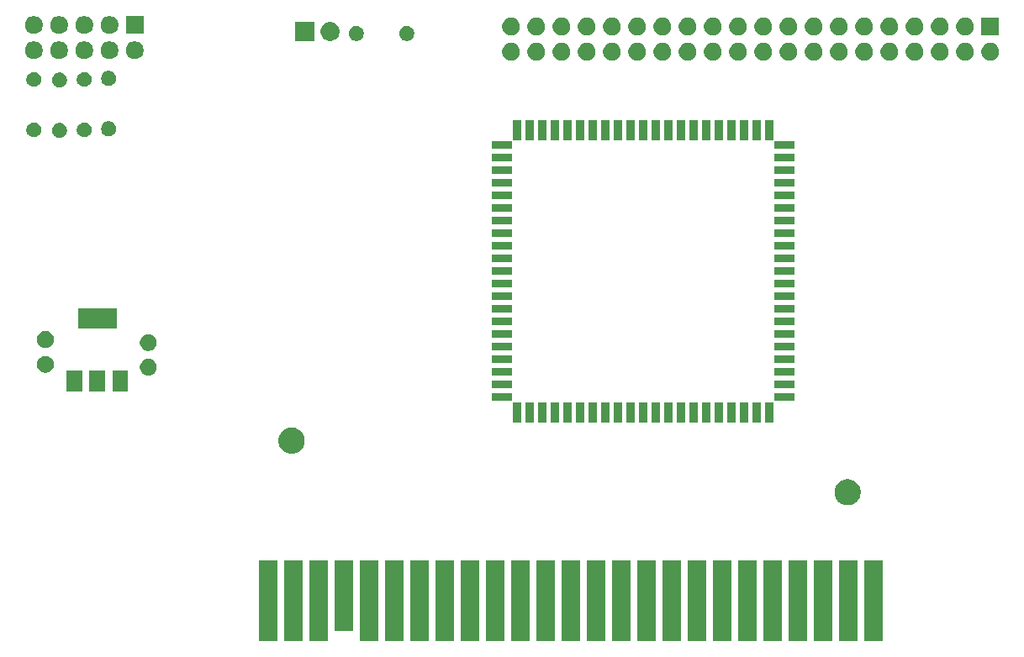
<source format=gts>
G04 #@! TF.GenerationSoftware,KiCad,Pcbnew,(5.1.5)-3*
G04 #@! TF.CreationDate,2020-06-08T21:14:36+01:00*
G04 #@! TF.ProjectId,MSXPI2,4d535850-4932-42e6-9b69-6361645f7063,rev?*
G04 #@! TF.SameCoordinates,Original*
G04 #@! TF.FileFunction,Soldermask,Top*
G04 #@! TF.FilePolarity,Negative*
%FSLAX46Y46*%
G04 Gerber Fmt 4.6, Leading zero omitted, Abs format (unit mm)*
G04 Created by KiCad (PCBNEW (5.1.5)-3) date 2020-06-08 21:14:36*
%MOMM*%
%LPD*%
G04 APERTURE LIST*
%ADD10C,0.100000*%
G04 APERTURE END LIST*
D10*
G36*
X169850840Y-93558440D02*
G01*
X167948840Y-93558440D01*
X167948840Y-85456440D01*
X169850840Y-85456440D01*
X169850840Y-93558440D01*
G37*
G36*
X139370840Y-93558440D02*
G01*
X137468840Y-93558440D01*
X137468840Y-85456440D01*
X139370840Y-85456440D01*
X139370840Y-93558440D01*
G37*
G36*
X108890840Y-93558440D02*
G01*
X106988840Y-93558440D01*
X106988840Y-85456440D01*
X108890840Y-85456440D01*
X108890840Y-93558440D01*
G37*
G36*
X111430840Y-93558440D02*
G01*
X109528840Y-93558440D01*
X109528840Y-85456440D01*
X111430840Y-85456440D01*
X111430840Y-93558440D01*
G37*
G36*
X113970840Y-93558440D02*
G01*
X112068840Y-93558440D01*
X112068840Y-85456440D01*
X113970840Y-85456440D01*
X113970840Y-93558440D01*
G37*
G36*
X119050840Y-93558440D02*
G01*
X117148840Y-93558440D01*
X117148840Y-85456440D01*
X119050840Y-85456440D01*
X119050840Y-93558440D01*
G37*
G36*
X121590840Y-93558440D02*
G01*
X119688840Y-93558440D01*
X119688840Y-85456440D01*
X121590840Y-85456440D01*
X121590840Y-93558440D01*
G37*
G36*
X124130840Y-93558440D02*
G01*
X122228840Y-93558440D01*
X122228840Y-85456440D01*
X124130840Y-85456440D01*
X124130840Y-93558440D01*
G37*
G36*
X126670840Y-93558440D02*
G01*
X124768840Y-93558440D01*
X124768840Y-85456440D01*
X126670840Y-85456440D01*
X126670840Y-93558440D01*
G37*
G36*
X129210840Y-93558440D02*
G01*
X127308840Y-93558440D01*
X127308840Y-85456440D01*
X129210840Y-85456440D01*
X129210840Y-93558440D01*
G37*
G36*
X131750840Y-93558440D02*
G01*
X129848840Y-93558440D01*
X129848840Y-85456440D01*
X131750840Y-85456440D01*
X131750840Y-93558440D01*
G37*
G36*
X134290840Y-93558440D02*
G01*
X132388840Y-93558440D01*
X132388840Y-85456440D01*
X134290840Y-85456440D01*
X134290840Y-93558440D01*
G37*
G36*
X136830840Y-93558440D02*
G01*
X134928840Y-93558440D01*
X134928840Y-85456440D01*
X136830840Y-85456440D01*
X136830840Y-93558440D01*
G37*
G36*
X144450840Y-93558440D02*
G01*
X142548840Y-93558440D01*
X142548840Y-85456440D01*
X144450840Y-85456440D01*
X144450840Y-93558440D01*
G37*
G36*
X141910840Y-93558440D02*
G01*
X140008840Y-93558440D01*
X140008840Y-85456440D01*
X141910840Y-85456440D01*
X141910840Y-93558440D01*
G37*
G36*
X167310840Y-93558440D02*
G01*
X165408840Y-93558440D01*
X165408840Y-85456440D01*
X167310840Y-85456440D01*
X167310840Y-93558440D01*
G37*
G36*
X164770840Y-93558440D02*
G01*
X162868840Y-93558440D01*
X162868840Y-85456440D01*
X164770840Y-85456440D01*
X164770840Y-93558440D01*
G37*
G36*
X162230840Y-93558440D02*
G01*
X160328840Y-93558440D01*
X160328840Y-85456440D01*
X162230840Y-85456440D01*
X162230840Y-93558440D01*
G37*
G36*
X159690840Y-93558440D02*
G01*
X157788840Y-93558440D01*
X157788840Y-85456440D01*
X159690840Y-85456440D01*
X159690840Y-93558440D01*
G37*
G36*
X154610840Y-93558440D02*
G01*
X152708840Y-93558440D01*
X152708840Y-85456440D01*
X154610840Y-85456440D01*
X154610840Y-93558440D01*
G37*
G36*
X152070840Y-93558440D02*
G01*
X150168840Y-93558440D01*
X150168840Y-85456440D01*
X152070840Y-85456440D01*
X152070840Y-93558440D01*
G37*
G36*
X149530840Y-93558440D02*
G01*
X147628840Y-93558440D01*
X147628840Y-85456440D01*
X149530840Y-85456440D01*
X149530840Y-93558440D01*
G37*
G36*
X146990840Y-93558440D02*
G01*
X145088840Y-93558440D01*
X145088840Y-85456440D01*
X146990840Y-85456440D01*
X146990840Y-93558440D01*
G37*
G36*
X157150840Y-93558440D02*
G01*
X155248840Y-93558440D01*
X155248840Y-85456440D01*
X157150840Y-85456440D01*
X157150840Y-93558440D01*
G37*
G36*
X116505760Y-92565680D02*
G01*
X114603760Y-92565680D01*
X114603760Y-85463680D01*
X116505760Y-85463680D01*
X116505760Y-92565680D01*
G37*
G36*
X166541354Y-77281822D02*
G01*
X166668962Y-77307205D01*
X166809788Y-77365537D01*
X166909367Y-77406784D01*
X166909368Y-77406785D01*
X167125729Y-77551352D01*
X167309728Y-77735351D01*
X167406325Y-77879919D01*
X167454296Y-77951713D01*
X167495543Y-78051292D01*
X167553875Y-78192118D01*
X167604640Y-78447333D01*
X167604640Y-78707547D01*
X167553875Y-78962762D01*
X167495543Y-79103588D01*
X167454296Y-79203167D01*
X167454295Y-79203168D01*
X167309728Y-79419529D01*
X167125729Y-79603528D01*
X166981161Y-79700125D01*
X166909367Y-79748096D01*
X166809788Y-79789343D01*
X166668962Y-79847675D01*
X166541354Y-79873058D01*
X166413749Y-79898440D01*
X166153531Y-79898440D01*
X166025926Y-79873058D01*
X165898318Y-79847675D01*
X165757492Y-79789343D01*
X165657913Y-79748096D01*
X165586119Y-79700125D01*
X165441551Y-79603528D01*
X165257552Y-79419529D01*
X165112985Y-79203168D01*
X165112984Y-79203167D01*
X165071737Y-79103588D01*
X165013405Y-78962762D01*
X164962640Y-78707547D01*
X164962640Y-78447333D01*
X165013405Y-78192118D01*
X165071737Y-78051292D01*
X165112984Y-77951713D01*
X165160955Y-77879919D01*
X165257552Y-77735351D01*
X165441551Y-77551352D01*
X165657912Y-77406785D01*
X165657913Y-77406784D01*
X165757492Y-77365537D01*
X165898318Y-77307205D01*
X166025925Y-77281823D01*
X166153531Y-77256440D01*
X166413749Y-77256440D01*
X166541354Y-77281822D01*
G37*
G36*
X110541975Y-72079903D02*
G01*
X110669582Y-72105285D01*
X110810408Y-72163617D01*
X110909987Y-72204864D01*
X110909988Y-72204865D01*
X111126349Y-72349432D01*
X111310348Y-72533431D01*
X111406945Y-72677999D01*
X111454916Y-72749793D01*
X111496163Y-72849372D01*
X111554495Y-72990198D01*
X111605260Y-73245413D01*
X111605260Y-73505627D01*
X111554495Y-73760842D01*
X111496163Y-73901668D01*
X111454916Y-74001247D01*
X111454915Y-74001248D01*
X111310348Y-74217609D01*
X111126349Y-74401608D01*
X110981781Y-74498205D01*
X110909987Y-74546176D01*
X110810408Y-74587423D01*
X110669582Y-74645755D01*
X110541975Y-74671137D01*
X110414369Y-74696520D01*
X110154151Y-74696520D01*
X110026545Y-74671137D01*
X109898938Y-74645755D01*
X109758112Y-74587423D01*
X109658533Y-74546176D01*
X109586739Y-74498205D01*
X109442171Y-74401608D01*
X109258172Y-74217609D01*
X109113605Y-74001248D01*
X109113604Y-74001247D01*
X109072357Y-73901668D01*
X109014025Y-73760842D01*
X108963260Y-73505627D01*
X108963260Y-73245413D01*
X109014025Y-72990198D01*
X109072357Y-72849372D01*
X109113604Y-72749793D01*
X109161575Y-72677999D01*
X109258172Y-72533431D01*
X109442171Y-72349432D01*
X109658532Y-72204865D01*
X109658533Y-72204864D01*
X109758112Y-72163617D01*
X109898938Y-72105285D01*
X110026545Y-72079903D01*
X110154151Y-72054520D01*
X110414369Y-72054520D01*
X110541975Y-72079903D01*
G37*
G36*
X144838100Y-71525100D02*
G01*
X144036100Y-71525100D01*
X144036100Y-69498100D01*
X144838100Y-69498100D01*
X144838100Y-71525100D01*
G37*
G36*
X149918100Y-71525100D02*
G01*
X149116100Y-71525100D01*
X149116100Y-69498100D01*
X149918100Y-69498100D01*
X149918100Y-71525100D01*
G37*
G36*
X143568100Y-71525100D02*
G01*
X142766100Y-71525100D01*
X142766100Y-69498100D01*
X143568100Y-69498100D01*
X143568100Y-71525100D01*
G37*
G36*
X142298100Y-71525100D02*
G01*
X141496100Y-71525100D01*
X141496100Y-69498100D01*
X142298100Y-69498100D01*
X142298100Y-71525100D01*
G37*
G36*
X141028100Y-71525100D02*
G01*
X140226100Y-71525100D01*
X140226100Y-69498100D01*
X141028100Y-69498100D01*
X141028100Y-71525100D01*
G37*
G36*
X139758100Y-71525100D02*
G01*
X138956100Y-71525100D01*
X138956100Y-69498100D01*
X139758100Y-69498100D01*
X139758100Y-71525100D01*
G37*
G36*
X138488100Y-71525100D02*
G01*
X137686100Y-71525100D01*
X137686100Y-69498100D01*
X138488100Y-69498100D01*
X138488100Y-71525100D01*
G37*
G36*
X137218100Y-71525100D02*
G01*
X136416100Y-71525100D01*
X136416100Y-69498100D01*
X137218100Y-69498100D01*
X137218100Y-71525100D01*
G37*
G36*
X135948100Y-71525100D02*
G01*
X135146100Y-71525100D01*
X135146100Y-69498100D01*
X135948100Y-69498100D01*
X135948100Y-71525100D01*
G37*
G36*
X134678100Y-71525100D02*
G01*
X133876100Y-71525100D01*
X133876100Y-69498100D01*
X134678100Y-69498100D01*
X134678100Y-71525100D01*
G37*
G36*
X132608713Y-69495698D02*
G01*
X132633099Y-69498100D01*
X133408100Y-69498100D01*
X133408100Y-71525100D01*
X132606100Y-71525100D01*
X132606100Y-69525099D01*
X132603698Y-69500713D01*
X132601514Y-69493514D01*
X132608713Y-69495698D01*
G37*
G36*
X146108100Y-71525100D02*
G01*
X145306100Y-71525100D01*
X145306100Y-69498100D01*
X146108100Y-69498100D01*
X146108100Y-71525100D01*
G37*
G36*
X148648100Y-71525100D02*
G01*
X147846100Y-71525100D01*
X147846100Y-69498100D01*
X148648100Y-69498100D01*
X148648100Y-71525100D01*
G37*
G36*
X151188100Y-71525100D02*
G01*
X150386100Y-71525100D01*
X150386100Y-69498100D01*
X151188100Y-69498100D01*
X151188100Y-71525100D01*
G37*
G36*
X152458100Y-71525100D02*
G01*
X151656100Y-71525100D01*
X151656100Y-69498100D01*
X152458100Y-69498100D01*
X152458100Y-71525100D01*
G37*
G36*
X153728100Y-71525100D02*
G01*
X152926100Y-71525100D01*
X152926100Y-69498100D01*
X153728100Y-69498100D01*
X153728100Y-71525100D01*
G37*
G36*
X154998100Y-71525100D02*
G01*
X154196100Y-71525100D01*
X154196100Y-69498100D01*
X154998100Y-69498100D01*
X154998100Y-71525100D01*
G37*
G36*
X156268100Y-71525100D02*
G01*
X155466100Y-71525100D01*
X155466100Y-69498100D01*
X156268100Y-69498100D01*
X156268100Y-71525100D01*
G37*
G36*
X157538100Y-71525100D02*
G01*
X156736100Y-71525100D01*
X156736100Y-69498100D01*
X157538100Y-69498100D01*
X157538100Y-71525100D01*
G37*
G36*
X158810502Y-69500713D02*
G01*
X158808100Y-69525099D01*
X158808100Y-71525100D01*
X158006100Y-71525100D01*
X158006100Y-69498100D01*
X158781101Y-69498100D01*
X158805487Y-69495698D01*
X158812686Y-69493514D01*
X158810502Y-69500713D01*
G37*
G36*
X147378100Y-71525100D02*
G01*
X146576100Y-71525100D01*
X146576100Y-69498100D01*
X147378100Y-69498100D01*
X147378100Y-71525100D01*
G37*
G36*
X132508100Y-69373101D02*
G01*
X132510502Y-69397487D01*
X132512686Y-69404686D01*
X132505487Y-69402502D01*
X132481101Y-69400100D01*
X130481100Y-69400100D01*
X130481100Y-68598100D01*
X132508100Y-68598100D01*
X132508100Y-69373101D01*
G37*
G36*
X160933100Y-69400100D02*
G01*
X158933099Y-69400100D01*
X158908713Y-69402502D01*
X158901514Y-69404686D01*
X158903698Y-69397487D01*
X158906100Y-69373101D01*
X158906100Y-68598100D01*
X160933100Y-68598100D01*
X160933100Y-69400100D01*
G37*
G36*
X93829800Y-68412200D02*
G01*
X92227800Y-68412200D01*
X92227800Y-66310200D01*
X93829800Y-66310200D01*
X93829800Y-68412200D01*
G37*
G36*
X89229800Y-68412200D02*
G01*
X87627800Y-68412200D01*
X87627800Y-66310200D01*
X89229800Y-66310200D01*
X89229800Y-68412200D01*
G37*
G36*
X91529800Y-68412200D02*
G01*
X89927800Y-68412200D01*
X89927800Y-66310200D01*
X91529800Y-66310200D01*
X91529800Y-68412200D01*
G37*
G36*
X132508100Y-68130100D02*
G01*
X130481100Y-68130100D01*
X130481100Y-67328100D01*
X132508100Y-67328100D01*
X132508100Y-68130100D01*
G37*
G36*
X160933100Y-68130100D02*
G01*
X158906100Y-68130100D01*
X158906100Y-67328100D01*
X160933100Y-67328100D01*
X160933100Y-68130100D01*
G37*
G36*
X132508100Y-66860100D02*
G01*
X130481100Y-66860100D01*
X130481100Y-66058100D01*
X132508100Y-66058100D01*
X132508100Y-66860100D01*
G37*
G36*
X160933100Y-66860100D02*
G01*
X158906100Y-66860100D01*
X158906100Y-66058100D01*
X160933100Y-66058100D01*
X160933100Y-66860100D01*
G37*
G36*
X96107828Y-65170903D02*
G01*
X96262700Y-65235053D01*
X96402081Y-65328185D01*
X96520615Y-65446719D01*
X96613747Y-65586100D01*
X96677897Y-65740972D01*
X96710600Y-65905384D01*
X96710600Y-66073016D01*
X96677897Y-66237428D01*
X96613747Y-66392300D01*
X96520615Y-66531681D01*
X96402081Y-66650215D01*
X96262700Y-66743347D01*
X96107828Y-66807497D01*
X95943416Y-66840200D01*
X95775784Y-66840200D01*
X95611372Y-66807497D01*
X95456500Y-66743347D01*
X95317119Y-66650215D01*
X95198585Y-66531681D01*
X95105453Y-66392300D01*
X95041303Y-66237428D01*
X95008600Y-66073016D01*
X95008600Y-65905384D01*
X95041303Y-65740972D01*
X95105453Y-65586100D01*
X95198585Y-65446719D01*
X95317119Y-65328185D01*
X95456500Y-65235053D01*
X95611372Y-65170903D01*
X95775784Y-65138200D01*
X95943416Y-65138200D01*
X96107828Y-65170903D01*
G37*
G36*
X85744628Y-64876903D02*
G01*
X85899500Y-64941053D01*
X86038881Y-65034185D01*
X86157415Y-65152719D01*
X86250547Y-65292100D01*
X86314697Y-65446972D01*
X86347400Y-65611384D01*
X86347400Y-65779016D01*
X86314697Y-65943428D01*
X86250547Y-66098300D01*
X86157415Y-66237681D01*
X86038881Y-66356215D01*
X85899500Y-66449347D01*
X85744628Y-66513497D01*
X85580216Y-66546200D01*
X85412584Y-66546200D01*
X85248172Y-66513497D01*
X85093300Y-66449347D01*
X84953919Y-66356215D01*
X84835385Y-66237681D01*
X84742253Y-66098300D01*
X84678103Y-65943428D01*
X84645400Y-65779016D01*
X84645400Y-65611384D01*
X84678103Y-65446972D01*
X84742253Y-65292100D01*
X84835385Y-65152719D01*
X84953919Y-65034185D01*
X85093300Y-64941053D01*
X85248172Y-64876903D01*
X85412584Y-64844200D01*
X85580216Y-64844200D01*
X85744628Y-64876903D01*
G37*
G36*
X160933100Y-65590100D02*
G01*
X158906100Y-65590100D01*
X158906100Y-64788100D01*
X160933100Y-64788100D01*
X160933100Y-65590100D01*
G37*
G36*
X132508100Y-65590100D02*
G01*
X130481100Y-65590100D01*
X130481100Y-64788100D01*
X132508100Y-64788100D01*
X132508100Y-65590100D01*
G37*
G36*
X96107828Y-62670903D02*
G01*
X96262700Y-62735053D01*
X96402081Y-62828185D01*
X96520615Y-62946719D01*
X96613747Y-63086100D01*
X96677897Y-63240972D01*
X96710600Y-63405384D01*
X96710600Y-63573016D01*
X96677897Y-63737428D01*
X96613747Y-63892300D01*
X96520615Y-64031681D01*
X96402081Y-64150215D01*
X96262700Y-64243347D01*
X96107828Y-64307497D01*
X95943416Y-64340200D01*
X95775784Y-64340200D01*
X95611372Y-64307497D01*
X95456500Y-64243347D01*
X95317119Y-64150215D01*
X95198585Y-64031681D01*
X95105453Y-63892300D01*
X95041303Y-63737428D01*
X95008600Y-63573016D01*
X95008600Y-63405384D01*
X95041303Y-63240972D01*
X95105453Y-63086100D01*
X95198585Y-62946719D01*
X95317119Y-62828185D01*
X95456500Y-62735053D01*
X95611372Y-62670903D01*
X95775784Y-62638200D01*
X95943416Y-62638200D01*
X96107828Y-62670903D01*
G37*
G36*
X160933100Y-64320100D02*
G01*
X158906100Y-64320100D01*
X158906100Y-63518100D01*
X160933100Y-63518100D01*
X160933100Y-64320100D01*
G37*
G36*
X132508100Y-64320100D02*
G01*
X130481100Y-64320100D01*
X130481100Y-63518100D01*
X132508100Y-63518100D01*
X132508100Y-64320100D01*
G37*
G36*
X85744628Y-62376903D02*
G01*
X85899500Y-62441053D01*
X86038881Y-62534185D01*
X86157415Y-62652719D01*
X86250547Y-62792100D01*
X86314697Y-62946972D01*
X86347400Y-63111384D01*
X86347400Y-63279016D01*
X86314697Y-63443428D01*
X86250547Y-63598300D01*
X86157415Y-63737681D01*
X86038881Y-63856215D01*
X85899500Y-63949347D01*
X85744628Y-64013497D01*
X85580216Y-64046200D01*
X85412584Y-64046200D01*
X85248172Y-64013497D01*
X85093300Y-63949347D01*
X84953919Y-63856215D01*
X84835385Y-63737681D01*
X84742253Y-63598300D01*
X84678103Y-63443428D01*
X84645400Y-63279016D01*
X84645400Y-63111384D01*
X84678103Y-62946972D01*
X84742253Y-62792100D01*
X84835385Y-62652719D01*
X84953919Y-62534185D01*
X85093300Y-62441053D01*
X85248172Y-62376903D01*
X85412584Y-62344200D01*
X85580216Y-62344200D01*
X85744628Y-62376903D01*
G37*
G36*
X132508100Y-63050100D02*
G01*
X130481100Y-63050100D01*
X130481100Y-62248100D01*
X132508100Y-62248100D01*
X132508100Y-63050100D01*
G37*
G36*
X160933100Y-63050100D02*
G01*
X158906100Y-63050100D01*
X158906100Y-62248100D01*
X160933100Y-62248100D01*
X160933100Y-63050100D01*
G37*
G36*
X92679800Y-62112200D02*
G01*
X88777800Y-62112200D01*
X88777800Y-60010200D01*
X92679800Y-60010200D01*
X92679800Y-62112200D01*
G37*
G36*
X160933100Y-61780100D02*
G01*
X158906100Y-61780100D01*
X158906100Y-60978100D01*
X160933100Y-60978100D01*
X160933100Y-61780100D01*
G37*
G36*
X132508100Y-61780100D02*
G01*
X130481100Y-61780100D01*
X130481100Y-60978100D01*
X132508100Y-60978100D01*
X132508100Y-61780100D01*
G37*
G36*
X132508100Y-60510100D02*
G01*
X130481100Y-60510100D01*
X130481100Y-59708100D01*
X132508100Y-59708100D01*
X132508100Y-60510100D01*
G37*
G36*
X160933100Y-60510100D02*
G01*
X158906100Y-60510100D01*
X158906100Y-59708100D01*
X160933100Y-59708100D01*
X160933100Y-60510100D01*
G37*
G36*
X132508100Y-59240100D02*
G01*
X130481100Y-59240100D01*
X130481100Y-58438100D01*
X132508100Y-58438100D01*
X132508100Y-59240100D01*
G37*
G36*
X160933100Y-59240100D02*
G01*
X158906100Y-59240100D01*
X158906100Y-58438100D01*
X160933100Y-58438100D01*
X160933100Y-59240100D01*
G37*
G36*
X132508100Y-57970100D02*
G01*
X130481100Y-57970100D01*
X130481100Y-57168100D01*
X132508100Y-57168100D01*
X132508100Y-57970100D01*
G37*
G36*
X160933100Y-57970100D02*
G01*
X158906100Y-57970100D01*
X158906100Y-57168100D01*
X160933100Y-57168100D01*
X160933100Y-57970100D01*
G37*
G36*
X132508100Y-56700100D02*
G01*
X130481100Y-56700100D01*
X130481100Y-55898100D01*
X132508100Y-55898100D01*
X132508100Y-56700100D01*
G37*
G36*
X160933100Y-56700100D02*
G01*
X158906100Y-56700100D01*
X158906100Y-55898100D01*
X160933100Y-55898100D01*
X160933100Y-56700100D01*
G37*
G36*
X132508100Y-55430100D02*
G01*
X130481100Y-55430100D01*
X130481100Y-54628100D01*
X132508100Y-54628100D01*
X132508100Y-55430100D01*
G37*
G36*
X160933100Y-55430100D02*
G01*
X158906100Y-55430100D01*
X158906100Y-54628100D01*
X160933100Y-54628100D01*
X160933100Y-55430100D01*
G37*
G36*
X132508100Y-54160100D02*
G01*
X130481100Y-54160100D01*
X130481100Y-53358100D01*
X132508100Y-53358100D01*
X132508100Y-54160100D01*
G37*
G36*
X160933100Y-54160100D02*
G01*
X158906100Y-54160100D01*
X158906100Y-53358100D01*
X160933100Y-53358100D01*
X160933100Y-54160100D01*
G37*
G36*
X132508100Y-52890100D02*
G01*
X130481100Y-52890100D01*
X130481100Y-52088100D01*
X132508100Y-52088100D01*
X132508100Y-52890100D01*
G37*
G36*
X160933100Y-52890100D02*
G01*
X158906100Y-52890100D01*
X158906100Y-52088100D01*
X160933100Y-52088100D01*
X160933100Y-52890100D01*
G37*
G36*
X160933100Y-51620100D02*
G01*
X158906100Y-51620100D01*
X158906100Y-50818100D01*
X160933100Y-50818100D01*
X160933100Y-51620100D01*
G37*
G36*
X132508100Y-51620100D02*
G01*
X130481100Y-51620100D01*
X130481100Y-50818100D01*
X132508100Y-50818100D01*
X132508100Y-51620100D01*
G37*
G36*
X160933100Y-50350100D02*
G01*
X158906100Y-50350100D01*
X158906100Y-49548100D01*
X160933100Y-49548100D01*
X160933100Y-50350100D01*
G37*
G36*
X132508100Y-50350100D02*
G01*
X130481100Y-50350100D01*
X130481100Y-49548100D01*
X132508100Y-49548100D01*
X132508100Y-50350100D01*
G37*
G36*
X160933100Y-49080100D02*
G01*
X158906100Y-49080100D01*
X158906100Y-48278100D01*
X160933100Y-48278100D01*
X160933100Y-49080100D01*
G37*
G36*
X132508100Y-49080100D02*
G01*
X130481100Y-49080100D01*
X130481100Y-48278100D01*
X132508100Y-48278100D01*
X132508100Y-49080100D01*
G37*
G36*
X132508100Y-47810100D02*
G01*
X130481100Y-47810100D01*
X130481100Y-47008100D01*
X132508100Y-47008100D01*
X132508100Y-47810100D01*
G37*
G36*
X160933100Y-47810100D02*
G01*
X158906100Y-47810100D01*
X158906100Y-47008100D01*
X160933100Y-47008100D01*
X160933100Y-47810100D01*
G37*
G36*
X132508100Y-46540100D02*
G01*
X130481100Y-46540100D01*
X130481100Y-45738100D01*
X132508100Y-45738100D01*
X132508100Y-46540100D01*
G37*
G36*
X160933100Y-46540100D02*
G01*
X158906100Y-46540100D01*
X158906100Y-45738100D01*
X160933100Y-45738100D01*
X160933100Y-46540100D01*
G37*
G36*
X160933100Y-45270100D02*
G01*
X158906100Y-45270100D01*
X158906100Y-44468100D01*
X160933100Y-44468100D01*
X160933100Y-45270100D01*
G37*
G36*
X132508100Y-45270100D02*
G01*
X130481100Y-45270100D01*
X130481100Y-44468100D01*
X132508100Y-44468100D01*
X132508100Y-45270100D01*
G37*
G36*
X158908713Y-43195698D02*
G01*
X158933099Y-43198100D01*
X160933100Y-43198100D01*
X160933100Y-44000100D01*
X158906100Y-44000100D01*
X158906100Y-43225099D01*
X158903698Y-43200713D01*
X158901514Y-43193514D01*
X158908713Y-43195698D01*
G37*
G36*
X132510502Y-43200713D02*
G01*
X132508100Y-43225099D01*
X132508100Y-44000100D01*
X130481100Y-44000100D01*
X130481100Y-43198100D01*
X132481101Y-43198100D01*
X132505487Y-43195698D01*
X132512686Y-43193514D01*
X132510502Y-43200713D01*
G37*
G36*
X158808100Y-43073101D02*
G01*
X158810502Y-43097487D01*
X158812686Y-43104686D01*
X158805487Y-43102502D01*
X158781101Y-43100100D01*
X158006100Y-43100100D01*
X158006100Y-41073100D01*
X158808100Y-41073100D01*
X158808100Y-43073101D01*
G37*
G36*
X133408100Y-43100100D02*
G01*
X132633099Y-43100100D01*
X132608713Y-43102502D01*
X132601514Y-43104686D01*
X132603698Y-43097487D01*
X132606100Y-43073101D01*
X132606100Y-41073100D01*
X133408100Y-41073100D01*
X133408100Y-43100100D01*
G37*
G36*
X153728100Y-43100100D02*
G01*
X152926100Y-43100100D01*
X152926100Y-41073100D01*
X153728100Y-41073100D01*
X153728100Y-43100100D01*
G37*
G36*
X146108100Y-43100100D02*
G01*
X145306100Y-43100100D01*
X145306100Y-41073100D01*
X146108100Y-41073100D01*
X146108100Y-43100100D01*
G37*
G36*
X143568100Y-43100100D02*
G01*
X142766100Y-43100100D01*
X142766100Y-41073100D01*
X143568100Y-41073100D01*
X143568100Y-43100100D01*
G37*
G36*
X154998100Y-43100100D02*
G01*
X154196100Y-43100100D01*
X154196100Y-41073100D01*
X154998100Y-41073100D01*
X154998100Y-43100100D01*
G37*
G36*
X152458100Y-43100100D02*
G01*
X151656100Y-43100100D01*
X151656100Y-41073100D01*
X152458100Y-41073100D01*
X152458100Y-43100100D01*
G37*
G36*
X151188100Y-43100100D02*
G01*
X150386100Y-43100100D01*
X150386100Y-41073100D01*
X151188100Y-41073100D01*
X151188100Y-43100100D01*
G37*
G36*
X149918100Y-43100100D02*
G01*
X149116100Y-43100100D01*
X149116100Y-41073100D01*
X149918100Y-41073100D01*
X149918100Y-43100100D01*
G37*
G36*
X144838100Y-43100100D02*
G01*
X144036100Y-43100100D01*
X144036100Y-41073100D01*
X144838100Y-41073100D01*
X144838100Y-43100100D01*
G37*
G36*
X147378100Y-43100100D02*
G01*
X146576100Y-43100100D01*
X146576100Y-41073100D01*
X147378100Y-41073100D01*
X147378100Y-43100100D01*
G37*
G36*
X135948100Y-43100100D02*
G01*
X135146100Y-43100100D01*
X135146100Y-41073100D01*
X135948100Y-41073100D01*
X135948100Y-43100100D01*
G37*
G36*
X137218100Y-43100100D02*
G01*
X136416100Y-43100100D01*
X136416100Y-41073100D01*
X137218100Y-41073100D01*
X137218100Y-43100100D01*
G37*
G36*
X138488100Y-43100100D02*
G01*
X137686100Y-43100100D01*
X137686100Y-41073100D01*
X138488100Y-41073100D01*
X138488100Y-43100100D01*
G37*
G36*
X139758100Y-43100100D02*
G01*
X138956100Y-43100100D01*
X138956100Y-41073100D01*
X139758100Y-41073100D01*
X139758100Y-43100100D01*
G37*
G36*
X142298100Y-43100100D02*
G01*
X141496100Y-43100100D01*
X141496100Y-41073100D01*
X142298100Y-41073100D01*
X142298100Y-43100100D01*
G37*
G36*
X148648100Y-43100100D02*
G01*
X147846100Y-43100100D01*
X147846100Y-41073100D01*
X148648100Y-41073100D01*
X148648100Y-43100100D01*
G37*
G36*
X156268100Y-43100100D02*
G01*
X155466100Y-43100100D01*
X155466100Y-41073100D01*
X156268100Y-41073100D01*
X156268100Y-43100100D01*
G37*
G36*
X141028100Y-43100100D02*
G01*
X140226100Y-43100100D01*
X140226100Y-41073100D01*
X141028100Y-41073100D01*
X141028100Y-43100100D01*
G37*
G36*
X157538100Y-43100100D02*
G01*
X156736100Y-43100100D01*
X156736100Y-41073100D01*
X157538100Y-41073100D01*
X157538100Y-43100100D01*
G37*
G36*
X134678100Y-43100100D02*
G01*
X133876100Y-43100100D01*
X133876100Y-41073100D01*
X134678100Y-41073100D01*
X134678100Y-43100100D01*
G37*
G36*
X87069481Y-41377459D02*
G01*
X87137859Y-41391060D01*
X87274532Y-41447672D01*
X87397535Y-41529860D01*
X87502140Y-41634465D01*
X87584328Y-41757468D01*
X87584329Y-41757470D01*
X87640940Y-41894141D01*
X87659696Y-41988433D01*
X87669800Y-42039233D01*
X87669800Y-42187167D01*
X87640940Y-42332259D01*
X87584328Y-42468932D01*
X87502140Y-42591935D01*
X87397535Y-42696540D01*
X87274532Y-42778728D01*
X87274531Y-42778729D01*
X87274530Y-42778729D01*
X87137859Y-42835340D01*
X86992768Y-42864200D01*
X86844832Y-42864200D01*
X86699741Y-42835340D01*
X86563070Y-42778729D01*
X86563069Y-42778729D01*
X86563068Y-42778728D01*
X86440065Y-42696540D01*
X86335460Y-42591935D01*
X86253272Y-42468932D01*
X86196660Y-42332259D01*
X86167800Y-42187167D01*
X86167800Y-42039233D01*
X86177905Y-41988433D01*
X86196660Y-41894141D01*
X86253271Y-41757470D01*
X86253272Y-41757468D01*
X86335460Y-41634465D01*
X86440065Y-41529860D01*
X86563068Y-41447672D01*
X86699741Y-41391060D01*
X86768119Y-41377459D01*
X86844832Y-41362200D01*
X86992768Y-41362200D01*
X87069481Y-41377459D01*
G37*
G36*
X84547059Y-41340260D02*
G01*
X84636868Y-41377460D01*
X84683732Y-41396872D01*
X84806735Y-41479060D01*
X84911340Y-41583665D01*
X84993528Y-41706668D01*
X84993529Y-41706670D01*
X85050140Y-41843341D01*
X85079000Y-41988432D01*
X85079000Y-42136368D01*
X85068895Y-42187168D01*
X85050140Y-42281459D01*
X84993528Y-42418132D01*
X84911340Y-42541135D01*
X84806735Y-42645740D01*
X84683732Y-42727928D01*
X84683731Y-42727929D01*
X84683730Y-42727929D01*
X84547059Y-42784540D01*
X84401968Y-42813400D01*
X84254032Y-42813400D01*
X84108941Y-42784540D01*
X83972270Y-42727929D01*
X83972269Y-42727929D01*
X83972268Y-42727928D01*
X83849265Y-42645740D01*
X83744660Y-42541135D01*
X83662472Y-42418132D01*
X83605860Y-42281459D01*
X83587105Y-42187168D01*
X83577000Y-42136368D01*
X83577000Y-41988432D01*
X83605860Y-41843341D01*
X83662471Y-41706670D01*
X83662472Y-41706668D01*
X83744660Y-41583665D01*
X83849265Y-41479060D01*
X83972268Y-41396872D01*
X84019133Y-41377460D01*
X84108941Y-41340260D01*
X84254032Y-41311400D01*
X84401968Y-41311400D01*
X84547059Y-41340260D01*
G37*
G36*
X89627059Y-41340260D02*
G01*
X89716868Y-41377460D01*
X89763732Y-41396872D01*
X89886735Y-41479060D01*
X89991340Y-41583665D01*
X90073528Y-41706668D01*
X90073529Y-41706670D01*
X90130140Y-41843341D01*
X90159000Y-41988432D01*
X90159000Y-42136368D01*
X90148895Y-42187168D01*
X90130140Y-42281459D01*
X90073528Y-42418132D01*
X89991340Y-42541135D01*
X89886735Y-42645740D01*
X89763732Y-42727928D01*
X89763731Y-42727929D01*
X89763730Y-42727929D01*
X89627059Y-42784540D01*
X89481968Y-42813400D01*
X89334032Y-42813400D01*
X89188941Y-42784540D01*
X89052270Y-42727929D01*
X89052269Y-42727929D01*
X89052268Y-42727928D01*
X88929265Y-42645740D01*
X88824660Y-42541135D01*
X88742472Y-42418132D01*
X88685860Y-42281459D01*
X88667105Y-42187168D01*
X88657000Y-42136368D01*
X88657000Y-41988432D01*
X88685860Y-41843341D01*
X88742471Y-41706670D01*
X88742472Y-41706668D01*
X88824660Y-41583665D01*
X88929265Y-41479060D01*
X89052268Y-41396872D01*
X89099133Y-41377460D01*
X89188941Y-41340260D01*
X89334032Y-41311400D01*
X89481968Y-41311400D01*
X89627059Y-41340260D01*
G37*
G36*
X92065459Y-41238660D02*
G01*
X92202132Y-41295272D01*
X92325135Y-41377460D01*
X92429740Y-41482065D01*
X92511928Y-41605068D01*
X92568540Y-41741741D01*
X92597400Y-41886833D01*
X92597400Y-42034767D01*
X92568540Y-42179859D01*
X92511928Y-42316532D01*
X92429740Y-42439535D01*
X92325135Y-42544140D01*
X92202132Y-42626328D01*
X92202131Y-42626329D01*
X92202130Y-42626329D01*
X92065459Y-42682940D01*
X91920368Y-42711800D01*
X91772432Y-42711800D01*
X91627341Y-42682940D01*
X91490670Y-42626329D01*
X91490669Y-42626329D01*
X91490668Y-42626328D01*
X91367665Y-42544140D01*
X91263060Y-42439535D01*
X91180872Y-42316532D01*
X91124260Y-42179859D01*
X91095400Y-42034767D01*
X91095400Y-41886833D01*
X91124260Y-41741741D01*
X91180872Y-41605068D01*
X91263060Y-41482065D01*
X91367665Y-41377460D01*
X91490668Y-41295272D01*
X91627341Y-41238660D01*
X91772432Y-41209800D01*
X91920368Y-41209800D01*
X92065459Y-41238660D01*
G37*
G36*
X87069481Y-36297459D02*
G01*
X87137859Y-36311060D01*
X87274532Y-36367672D01*
X87397535Y-36449860D01*
X87502140Y-36554465D01*
X87584328Y-36677468D01*
X87584329Y-36677470D01*
X87640940Y-36814141D01*
X87659696Y-36908433D01*
X87669800Y-36959233D01*
X87669800Y-37107167D01*
X87640940Y-37252259D01*
X87584328Y-37388932D01*
X87502140Y-37511935D01*
X87397535Y-37616540D01*
X87274532Y-37698728D01*
X87274531Y-37698729D01*
X87274530Y-37698729D01*
X87137859Y-37755340D01*
X86992768Y-37784200D01*
X86844832Y-37784200D01*
X86699741Y-37755340D01*
X86563070Y-37698729D01*
X86563069Y-37698729D01*
X86563068Y-37698728D01*
X86440065Y-37616540D01*
X86335460Y-37511935D01*
X86253272Y-37388932D01*
X86196660Y-37252259D01*
X86167800Y-37107167D01*
X86167800Y-36959233D01*
X86177905Y-36908433D01*
X86196660Y-36814141D01*
X86253271Y-36677470D01*
X86253272Y-36677468D01*
X86335460Y-36554465D01*
X86440065Y-36449860D01*
X86563068Y-36367672D01*
X86699741Y-36311060D01*
X86768119Y-36297459D01*
X86844832Y-36282200D01*
X86992768Y-36282200D01*
X87069481Y-36297459D01*
G37*
G36*
X84547059Y-36260260D02*
G01*
X84636868Y-36297460D01*
X84683732Y-36316872D01*
X84806735Y-36399060D01*
X84911340Y-36503665D01*
X84993528Y-36626668D01*
X84993529Y-36626670D01*
X85050140Y-36763341D01*
X85079000Y-36908432D01*
X85079000Y-37056368D01*
X85068895Y-37107168D01*
X85050140Y-37201459D01*
X84993528Y-37338132D01*
X84911340Y-37461135D01*
X84806735Y-37565740D01*
X84683732Y-37647928D01*
X84683731Y-37647929D01*
X84683730Y-37647929D01*
X84547059Y-37704540D01*
X84401968Y-37733400D01*
X84254032Y-37733400D01*
X84108941Y-37704540D01*
X83972270Y-37647929D01*
X83972269Y-37647929D01*
X83972268Y-37647928D01*
X83849265Y-37565740D01*
X83744660Y-37461135D01*
X83662472Y-37338132D01*
X83605860Y-37201459D01*
X83587105Y-37107168D01*
X83577000Y-37056368D01*
X83577000Y-36908432D01*
X83605860Y-36763341D01*
X83662471Y-36626670D01*
X83662472Y-36626668D01*
X83744660Y-36503665D01*
X83849265Y-36399060D01*
X83972268Y-36316872D01*
X84019133Y-36297460D01*
X84108941Y-36260260D01*
X84254032Y-36231400D01*
X84401968Y-36231400D01*
X84547059Y-36260260D01*
G37*
G36*
X89627059Y-36260260D02*
G01*
X89716868Y-36297460D01*
X89763732Y-36316872D01*
X89886735Y-36399060D01*
X89991340Y-36503665D01*
X90073528Y-36626668D01*
X90073529Y-36626670D01*
X90130140Y-36763341D01*
X90159000Y-36908432D01*
X90159000Y-37056368D01*
X90148895Y-37107168D01*
X90130140Y-37201459D01*
X90073528Y-37338132D01*
X89991340Y-37461135D01*
X89886735Y-37565740D01*
X89763732Y-37647928D01*
X89763731Y-37647929D01*
X89763730Y-37647929D01*
X89627059Y-37704540D01*
X89481968Y-37733400D01*
X89334032Y-37733400D01*
X89188941Y-37704540D01*
X89052270Y-37647929D01*
X89052269Y-37647929D01*
X89052268Y-37647928D01*
X88929265Y-37565740D01*
X88824660Y-37461135D01*
X88742472Y-37338132D01*
X88685860Y-37201459D01*
X88667105Y-37107168D01*
X88657000Y-37056368D01*
X88657000Y-36908432D01*
X88685860Y-36763341D01*
X88742471Y-36626670D01*
X88742472Y-36626668D01*
X88824660Y-36503665D01*
X88929265Y-36399060D01*
X89052268Y-36316872D01*
X89099133Y-36297460D01*
X89188941Y-36260260D01*
X89334032Y-36231400D01*
X89481968Y-36231400D01*
X89627059Y-36260260D01*
G37*
G36*
X92065459Y-36158660D02*
G01*
X92202132Y-36215272D01*
X92325135Y-36297460D01*
X92429740Y-36402065D01*
X92511928Y-36525068D01*
X92568540Y-36661741D01*
X92597400Y-36806833D01*
X92597400Y-36954767D01*
X92568540Y-37099859D01*
X92511928Y-37236532D01*
X92429740Y-37359535D01*
X92325135Y-37464140D01*
X92202132Y-37546328D01*
X92202131Y-37546329D01*
X92202130Y-37546329D01*
X92065459Y-37602940D01*
X91920368Y-37631800D01*
X91772432Y-37631800D01*
X91627341Y-37602940D01*
X91490670Y-37546329D01*
X91490669Y-37546329D01*
X91490668Y-37546328D01*
X91367665Y-37464140D01*
X91263060Y-37359535D01*
X91180872Y-37236532D01*
X91124260Y-37099859D01*
X91095400Y-36954767D01*
X91095400Y-36806833D01*
X91124260Y-36661741D01*
X91180872Y-36525068D01*
X91263060Y-36402065D01*
X91367665Y-36297460D01*
X91490668Y-36215272D01*
X91627341Y-36158660D01*
X91772432Y-36129800D01*
X91920368Y-36129800D01*
X92065459Y-36158660D01*
G37*
G36*
X132498312Y-33292327D02*
G01*
X132647612Y-33322024D01*
X132811584Y-33389944D01*
X132959154Y-33488547D01*
X133084653Y-33614046D01*
X133183256Y-33761616D01*
X133251176Y-33925588D01*
X133280873Y-34074888D01*
X133285800Y-34099658D01*
X133285800Y-34277142D01*
X133280873Y-34301912D01*
X133251176Y-34451212D01*
X133183256Y-34615184D01*
X133084653Y-34762754D01*
X132959154Y-34888253D01*
X132811584Y-34986856D01*
X132647612Y-35054776D01*
X132498312Y-35084473D01*
X132473542Y-35089400D01*
X132296058Y-35089400D01*
X132271288Y-35084473D01*
X132121988Y-35054776D01*
X131958016Y-34986856D01*
X131810446Y-34888253D01*
X131684947Y-34762754D01*
X131586344Y-34615184D01*
X131518424Y-34451212D01*
X131488727Y-34301912D01*
X131483800Y-34277142D01*
X131483800Y-34099658D01*
X131488727Y-34074888D01*
X131518424Y-33925588D01*
X131586344Y-33761616D01*
X131684947Y-33614046D01*
X131810446Y-33488547D01*
X131958016Y-33389944D01*
X132121988Y-33322024D01*
X132271288Y-33292327D01*
X132296058Y-33287400D01*
X132473542Y-33287400D01*
X132498312Y-33292327D01*
G37*
G36*
X135038312Y-33292327D02*
G01*
X135187612Y-33322024D01*
X135351584Y-33389944D01*
X135499154Y-33488547D01*
X135624653Y-33614046D01*
X135723256Y-33761616D01*
X135791176Y-33925588D01*
X135820873Y-34074888D01*
X135825800Y-34099658D01*
X135825800Y-34277142D01*
X135820873Y-34301912D01*
X135791176Y-34451212D01*
X135723256Y-34615184D01*
X135624653Y-34762754D01*
X135499154Y-34888253D01*
X135351584Y-34986856D01*
X135187612Y-35054776D01*
X135038312Y-35084473D01*
X135013542Y-35089400D01*
X134836058Y-35089400D01*
X134811288Y-35084473D01*
X134661988Y-35054776D01*
X134498016Y-34986856D01*
X134350446Y-34888253D01*
X134224947Y-34762754D01*
X134126344Y-34615184D01*
X134058424Y-34451212D01*
X134028727Y-34301912D01*
X134023800Y-34277142D01*
X134023800Y-34099658D01*
X134028727Y-34074888D01*
X134058424Y-33925588D01*
X134126344Y-33761616D01*
X134224947Y-33614046D01*
X134350446Y-33488547D01*
X134498016Y-33389944D01*
X134661988Y-33322024D01*
X134811288Y-33292327D01*
X134836058Y-33287400D01*
X135013542Y-33287400D01*
X135038312Y-33292327D01*
G37*
G36*
X137578312Y-33292327D02*
G01*
X137727612Y-33322024D01*
X137891584Y-33389944D01*
X138039154Y-33488547D01*
X138164653Y-33614046D01*
X138263256Y-33761616D01*
X138331176Y-33925588D01*
X138360873Y-34074888D01*
X138365800Y-34099658D01*
X138365800Y-34277142D01*
X138360873Y-34301912D01*
X138331176Y-34451212D01*
X138263256Y-34615184D01*
X138164653Y-34762754D01*
X138039154Y-34888253D01*
X137891584Y-34986856D01*
X137727612Y-35054776D01*
X137578312Y-35084473D01*
X137553542Y-35089400D01*
X137376058Y-35089400D01*
X137351288Y-35084473D01*
X137201988Y-35054776D01*
X137038016Y-34986856D01*
X136890446Y-34888253D01*
X136764947Y-34762754D01*
X136666344Y-34615184D01*
X136598424Y-34451212D01*
X136568727Y-34301912D01*
X136563800Y-34277142D01*
X136563800Y-34099658D01*
X136568727Y-34074888D01*
X136598424Y-33925588D01*
X136666344Y-33761616D01*
X136764947Y-33614046D01*
X136890446Y-33488547D01*
X137038016Y-33389944D01*
X137201988Y-33322024D01*
X137351288Y-33292327D01*
X137376058Y-33287400D01*
X137553542Y-33287400D01*
X137578312Y-33292327D01*
G37*
G36*
X140118312Y-33292327D02*
G01*
X140267612Y-33322024D01*
X140431584Y-33389944D01*
X140579154Y-33488547D01*
X140704653Y-33614046D01*
X140803256Y-33761616D01*
X140871176Y-33925588D01*
X140900873Y-34074888D01*
X140905800Y-34099658D01*
X140905800Y-34277142D01*
X140900873Y-34301912D01*
X140871176Y-34451212D01*
X140803256Y-34615184D01*
X140704653Y-34762754D01*
X140579154Y-34888253D01*
X140431584Y-34986856D01*
X140267612Y-35054776D01*
X140118312Y-35084473D01*
X140093542Y-35089400D01*
X139916058Y-35089400D01*
X139891288Y-35084473D01*
X139741988Y-35054776D01*
X139578016Y-34986856D01*
X139430446Y-34888253D01*
X139304947Y-34762754D01*
X139206344Y-34615184D01*
X139138424Y-34451212D01*
X139108727Y-34301912D01*
X139103800Y-34277142D01*
X139103800Y-34099658D01*
X139108727Y-34074888D01*
X139138424Y-33925588D01*
X139206344Y-33761616D01*
X139304947Y-33614046D01*
X139430446Y-33488547D01*
X139578016Y-33389944D01*
X139741988Y-33322024D01*
X139891288Y-33292327D01*
X139916058Y-33287400D01*
X140093542Y-33287400D01*
X140118312Y-33292327D01*
G37*
G36*
X142658312Y-33292327D02*
G01*
X142807612Y-33322024D01*
X142971584Y-33389944D01*
X143119154Y-33488547D01*
X143244653Y-33614046D01*
X143343256Y-33761616D01*
X143411176Y-33925588D01*
X143440873Y-34074888D01*
X143445800Y-34099658D01*
X143445800Y-34277142D01*
X143440873Y-34301912D01*
X143411176Y-34451212D01*
X143343256Y-34615184D01*
X143244653Y-34762754D01*
X143119154Y-34888253D01*
X142971584Y-34986856D01*
X142807612Y-35054776D01*
X142658312Y-35084473D01*
X142633542Y-35089400D01*
X142456058Y-35089400D01*
X142431288Y-35084473D01*
X142281988Y-35054776D01*
X142118016Y-34986856D01*
X141970446Y-34888253D01*
X141844947Y-34762754D01*
X141746344Y-34615184D01*
X141678424Y-34451212D01*
X141648727Y-34301912D01*
X141643800Y-34277142D01*
X141643800Y-34099658D01*
X141648727Y-34074888D01*
X141678424Y-33925588D01*
X141746344Y-33761616D01*
X141844947Y-33614046D01*
X141970446Y-33488547D01*
X142118016Y-33389944D01*
X142281988Y-33322024D01*
X142431288Y-33292327D01*
X142456058Y-33287400D01*
X142633542Y-33287400D01*
X142658312Y-33292327D01*
G37*
G36*
X145198312Y-33292327D02*
G01*
X145347612Y-33322024D01*
X145511584Y-33389944D01*
X145659154Y-33488547D01*
X145784653Y-33614046D01*
X145883256Y-33761616D01*
X145951176Y-33925588D01*
X145980873Y-34074888D01*
X145985800Y-34099658D01*
X145985800Y-34277142D01*
X145980873Y-34301912D01*
X145951176Y-34451212D01*
X145883256Y-34615184D01*
X145784653Y-34762754D01*
X145659154Y-34888253D01*
X145511584Y-34986856D01*
X145347612Y-35054776D01*
X145198312Y-35084473D01*
X145173542Y-35089400D01*
X144996058Y-35089400D01*
X144971288Y-35084473D01*
X144821988Y-35054776D01*
X144658016Y-34986856D01*
X144510446Y-34888253D01*
X144384947Y-34762754D01*
X144286344Y-34615184D01*
X144218424Y-34451212D01*
X144188727Y-34301912D01*
X144183800Y-34277142D01*
X144183800Y-34099658D01*
X144188727Y-34074888D01*
X144218424Y-33925588D01*
X144286344Y-33761616D01*
X144384947Y-33614046D01*
X144510446Y-33488547D01*
X144658016Y-33389944D01*
X144821988Y-33322024D01*
X144971288Y-33292327D01*
X144996058Y-33287400D01*
X145173542Y-33287400D01*
X145198312Y-33292327D01*
G37*
G36*
X147738312Y-33292327D02*
G01*
X147887612Y-33322024D01*
X148051584Y-33389944D01*
X148199154Y-33488547D01*
X148324653Y-33614046D01*
X148423256Y-33761616D01*
X148491176Y-33925588D01*
X148520873Y-34074888D01*
X148525800Y-34099658D01*
X148525800Y-34277142D01*
X148520873Y-34301912D01*
X148491176Y-34451212D01*
X148423256Y-34615184D01*
X148324653Y-34762754D01*
X148199154Y-34888253D01*
X148051584Y-34986856D01*
X147887612Y-35054776D01*
X147738312Y-35084473D01*
X147713542Y-35089400D01*
X147536058Y-35089400D01*
X147511288Y-35084473D01*
X147361988Y-35054776D01*
X147198016Y-34986856D01*
X147050446Y-34888253D01*
X146924947Y-34762754D01*
X146826344Y-34615184D01*
X146758424Y-34451212D01*
X146728727Y-34301912D01*
X146723800Y-34277142D01*
X146723800Y-34099658D01*
X146728727Y-34074888D01*
X146758424Y-33925588D01*
X146826344Y-33761616D01*
X146924947Y-33614046D01*
X147050446Y-33488547D01*
X147198016Y-33389944D01*
X147361988Y-33322024D01*
X147511288Y-33292327D01*
X147536058Y-33287400D01*
X147713542Y-33287400D01*
X147738312Y-33292327D01*
G37*
G36*
X150278312Y-33292327D02*
G01*
X150427612Y-33322024D01*
X150591584Y-33389944D01*
X150739154Y-33488547D01*
X150864653Y-33614046D01*
X150963256Y-33761616D01*
X151031176Y-33925588D01*
X151060873Y-34074888D01*
X151065800Y-34099658D01*
X151065800Y-34277142D01*
X151060873Y-34301912D01*
X151031176Y-34451212D01*
X150963256Y-34615184D01*
X150864653Y-34762754D01*
X150739154Y-34888253D01*
X150591584Y-34986856D01*
X150427612Y-35054776D01*
X150278312Y-35084473D01*
X150253542Y-35089400D01*
X150076058Y-35089400D01*
X150051288Y-35084473D01*
X149901988Y-35054776D01*
X149738016Y-34986856D01*
X149590446Y-34888253D01*
X149464947Y-34762754D01*
X149366344Y-34615184D01*
X149298424Y-34451212D01*
X149268727Y-34301912D01*
X149263800Y-34277142D01*
X149263800Y-34099658D01*
X149268727Y-34074888D01*
X149298424Y-33925588D01*
X149366344Y-33761616D01*
X149464947Y-33614046D01*
X149590446Y-33488547D01*
X149738016Y-33389944D01*
X149901988Y-33322024D01*
X150051288Y-33292327D01*
X150076058Y-33287400D01*
X150253542Y-33287400D01*
X150278312Y-33292327D01*
G37*
G36*
X180758312Y-33292327D02*
G01*
X180907612Y-33322024D01*
X181071584Y-33389944D01*
X181219154Y-33488547D01*
X181344653Y-33614046D01*
X181443256Y-33761616D01*
X181511176Y-33925588D01*
X181540873Y-34074888D01*
X181545800Y-34099658D01*
X181545800Y-34277142D01*
X181540873Y-34301912D01*
X181511176Y-34451212D01*
X181443256Y-34615184D01*
X181344653Y-34762754D01*
X181219154Y-34888253D01*
X181071584Y-34986856D01*
X180907612Y-35054776D01*
X180758312Y-35084473D01*
X180733542Y-35089400D01*
X180556058Y-35089400D01*
X180531288Y-35084473D01*
X180381988Y-35054776D01*
X180218016Y-34986856D01*
X180070446Y-34888253D01*
X179944947Y-34762754D01*
X179846344Y-34615184D01*
X179778424Y-34451212D01*
X179748727Y-34301912D01*
X179743800Y-34277142D01*
X179743800Y-34099658D01*
X179748727Y-34074888D01*
X179778424Y-33925588D01*
X179846344Y-33761616D01*
X179944947Y-33614046D01*
X180070446Y-33488547D01*
X180218016Y-33389944D01*
X180381988Y-33322024D01*
X180531288Y-33292327D01*
X180556058Y-33287400D01*
X180733542Y-33287400D01*
X180758312Y-33292327D01*
G37*
G36*
X173138312Y-33292327D02*
G01*
X173287612Y-33322024D01*
X173451584Y-33389944D01*
X173599154Y-33488547D01*
X173724653Y-33614046D01*
X173823256Y-33761616D01*
X173891176Y-33925588D01*
X173920873Y-34074888D01*
X173925800Y-34099658D01*
X173925800Y-34277142D01*
X173920873Y-34301912D01*
X173891176Y-34451212D01*
X173823256Y-34615184D01*
X173724653Y-34762754D01*
X173599154Y-34888253D01*
X173451584Y-34986856D01*
X173287612Y-35054776D01*
X173138312Y-35084473D01*
X173113542Y-35089400D01*
X172936058Y-35089400D01*
X172911288Y-35084473D01*
X172761988Y-35054776D01*
X172598016Y-34986856D01*
X172450446Y-34888253D01*
X172324947Y-34762754D01*
X172226344Y-34615184D01*
X172158424Y-34451212D01*
X172128727Y-34301912D01*
X172123800Y-34277142D01*
X172123800Y-34099658D01*
X172128727Y-34074888D01*
X172158424Y-33925588D01*
X172226344Y-33761616D01*
X172324947Y-33614046D01*
X172450446Y-33488547D01*
X172598016Y-33389944D01*
X172761988Y-33322024D01*
X172911288Y-33292327D01*
X172936058Y-33287400D01*
X173113542Y-33287400D01*
X173138312Y-33292327D01*
G37*
G36*
X170598312Y-33292327D02*
G01*
X170747612Y-33322024D01*
X170911584Y-33389944D01*
X171059154Y-33488547D01*
X171184653Y-33614046D01*
X171283256Y-33761616D01*
X171351176Y-33925588D01*
X171380873Y-34074888D01*
X171385800Y-34099658D01*
X171385800Y-34277142D01*
X171380873Y-34301912D01*
X171351176Y-34451212D01*
X171283256Y-34615184D01*
X171184653Y-34762754D01*
X171059154Y-34888253D01*
X170911584Y-34986856D01*
X170747612Y-35054776D01*
X170598312Y-35084473D01*
X170573542Y-35089400D01*
X170396058Y-35089400D01*
X170371288Y-35084473D01*
X170221988Y-35054776D01*
X170058016Y-34986856D01*
X169910446Y-34888253D01*
X169784947Y-34762754D01*
X169686344Y-34615184D01*
X169618424Y-34451212D01*
X169588727Y-34301912D01*
X169583800Y-34277142D01*
X169583800Y-34099658D01*
X169588727Y-34074888D01*
X169618424Y-33925588D01*
X169686344Y-33761616D01*
X169784947Y-33614046D01*
X169910446Y-33488547D01*
X170058016Y-33389944D01*
X170221988Y-33322024D01*
X170371288Y-33292327D01*
X170396058Y-33287400D01*
X170573542Y-33287400D01*
X170598312Y-33292327D01*
G37*
G36*
X168058312Y-33292327D02*
G01*
X168207612Y-33322024D01*
X168371584Y-33389944D01*
X168519154Y-33488547D01*
X168644653Y-33614046D01*
X168743256Y-33761616D01*
X168811176Y-33925588D01*
X168840873Y-34074888D01*
X168845800Y-34099658D01*
X168845800Y-34277142D01*
X168840873Y-34301912D01*
X168811176Y-34451212D01*
X168743256Y-34615184D01*
X168644653Y-34762754D01*
X168519154Y-34888253D01*
X168371584Y-34986856D01*
X168207612Y-35054776D01*
X168058312Y-35084473D01*
X168033542Y-35089400D01*
X167856058Y-35089400D01*
X167831288Y-35084473D01*
X167681988Y-35054776D01*
X167518016Y-34986856D01*
X167370446Y-34888253D01*
X167244947Y-34762754D01*
X167146344Y-34615184D01*
X167078424Y-34451212D01*
X167048727Y-34301912D01*
X167043800Y-34277142D01*
X167043800Y-34099658D01*
X167048727Y-34074888D01*
X167078424Y-33925588D01*
X167146344Y-33761616D01*
X167244947Y-33614046D01*
X167370446Y-33488547D01*
X167518016Y-33389944D01*
X167681988Y-33322024D01*
X167831288Y-33292327D01*
X167856058Y-33287400D01*
X168033542Y-33287400D01*
X168058312Y-33292327D01*
G37*
G36*
X165518312Y-33292327D02*
G01*
X165667612Y-33322024D01*
X165831584Y-33389944D01*
X165979154Y-33488547D01*
X166104653Y-33614046D01*
X166203256Y-33761616D01*
X166271176Y-33925588D01*
X166300873Y-34074888D01*
X166305800Y-34099658D01*
X166305800Y-34277142D01*
X166300873Y-34301912D01*
X166271176Y-34451212D01*
X166203256Y-34615184D01*
X166104653Y-34762754D01*
X165979154Y-34888253D01*
X165831584Y-34986856D01*
X165667612Y-35054776D01*
X165518312Y-35084473D01*
X165493542Y-35089400D01*
X165316058Y-35089400D01*
X165291288Y-35084473D01*
X165141988Y-35054776D01*
X164978016Y-34986856D01*
X164830446Y-34888253D01*
X164704947Y-34762754D01*
X164606344Y-34615184D01*
X164538424Y-34451212D01*
X164508727Y-34301912D01*
X164503800Y-34277142D01*
X164503800Y-34099658D01*
X164508727Y-34074888D01*
X164538424Y-33925588D01*
X164606344Y-33761616D01*
X164704947Y-33614046D01*
X164830446Y-33488547D01*
X164978016Y-33389944D01*
X165141988Y-33322024D01*
X165291288Y-33292327D01*
X165316058Y-33287400D01*
X165493542Y-33287400D01*
X165518312Y-33292327D01*
G37*
G36*
X162978312Y-33292327D02*
G01*
X163127612Y-33322024D01*
X163291584Y-33389944D01*
X163439154Y-33488547D01*
X163564653Y-33614046D01*
X163663256Y-33761616D01*
X163731176Y-33925588D01*
X163760873Y-34074888D01*
X163765800Y-34099658D01*
X163765800Y-34277142D01*
X163760873Y-34301912D01*
X163731176Y-34451212D01*
X163663256Y-34615184D01*
X163564653Y-34762754D01*
X163439154Y-34888253D01*
X163291584Y-34986856D01*
X163127612Y-35054776D01*
X162978312Y-35084473D01*
X162953542Y-35089400D01*
X162776058Y-35089400D01*
X162751288Y-35084473D01*
X162601988Y-35054776D01*
X162438016Y-34986856D01*
X162290446Y-34888253D01*
X162164947Y-34762754D01*
X162066344Y-34615184D01*
X161998424Y-34451212D01*
X161968727Y-34301912D01*
X161963800Y-34277142D01*
X161963800Y-34099658D01*
X161968727Y-34074888D01*
X161998424Y-33925588D01*
X162066344Y-33761616D01*
X162164947Y-33614046D01*
X162290446Y-33488547D01*
X162438016Y-33389944D01*
X162601988Y-33322024D01*
X162751288Y-33292327D01*
X162776058Y-33287400D01*
X162953542Y-33287400D01*
X162978312Y-33292327D01*
G37*
G36*
X160438312Y-33292327D02*
G01*
X160587612Y-33322024D01*
X160751584Y-33389944D01*
X160899154Y-33488547D01*
X161024653Y-33614046D01*
X161123256Y-33761616D01*
X161191176Y-33925588D01*
X161220873Y-34074888D01*
X161225800Y-34099658D01*
X161225800Y-34277142D01*
X161220873Y-34301912D01*
X161191176Y-34451212D01*
X161123256Y-34615184D01*
X161024653Y-34762754D01*
X160899154Y-34888253D01*
X160751584Y-34986856D01*
X160587612Y-35054776D01*
X160438312Y-35084473D01*
X160413542Y-35089400D01*
X160236058Y-35089400D01*
X160211288Y-35084473D01*
X160061988Y-35054776D01*
X159898016Y-34986856D01*
X159750446Y-34888253D01*
X159624947Y-34762754D01*
X159526344Y-34615184D01*
X159458424Y-34451212D01*
X159428727Y-34301912D01*
X159423800Y-34277142D01*
X159423800Y-34099658D01*
X159428727Y-34074888D01*
X159458424Y-33925588D01*
X159526344Y-33761616D01*
X159624947Y-33614046D01*
X159750446Y-33488547D01*
X159898016Y-33389944D01*
X160061988Y-33322024D01*
X160211288Y-33292327D01*
X160236058Y-33287400D01*
X160413542Y-33287400D01*
X160438312Y-33292327D01*
G37*
G36*
X157898312Y-33292327D02*
G01*
X158047612Y-33322024D01*
X158211584Y-33389944D01*
X158359154Y-33488547D01*
X158484653Y-33614046D01*
X158583256Y-33761616D01*
X158651176Y-33925588D01*
X158680873Y-34074888D01*
X158685800Y-34099658D01*
X158685800Y-34277142D01*
X158680873Y-34301912D01*
X158651176Y-34451212D01*
X158583256Y-34615184D01*
X158484653Y-34762754D01*
X158359154Y-34888253D01*
X158211584Y-34986856D01*
X158047612Y-35054776D01*
X157898312Y-35084473D01*
X157873542Y-35089400D01*
X157696058Y-35089400D01*
X157671288Y-35084473D01*
X157521988Y-35054776D01*
X157358016Y-34986856D01*
X157210446Y-34888253D01*
X157084947Y-34762754D01*
X156986344Y-34615184D01*
X156918424Y-34451212D01*
X156888727Y-34301912D01*
X156883800Y-34277142D01*
X156883800Y-34099658D01*
X156888727Y-34074888D01*
X156918424Y-33925588D01*
X156986344Y-33761616D01*
X157084947Y-33614046D01*
X157210446Y-33488547D01*
X157358016Y-33389944D01*
X157521988Y-33322024D01*
X157671288Y-33292327D01*
X157696058Y-33287400D01*
X157873542Y-33287400D01*
X157898312Y-33292327D01*
G37*
G36*
X155358312Y-33292327D02*
G01*
X155507612Y-33322024D01*
X155671584Y-33389944D01*
X155819154Y-33488547D01*
X155944653Y-33614046D01*
X156043256Y-33761616D01*
X156111176Y-33925588D01*
X156140873Y-34074888D01*
X156145800Y-34099658D01*
X156145800Y-34277142D01*
X156140873Y-34301912D01*
X156111176Y-34451212D01*
X156043256Y-34615184D01*
X155944653Y-34762754D01*
X155819154Y-34888253D01*
X155671584Y-34986856D01*
X155507612Y-35054776D01*
X155358312Y-35084473D01*
X155333542Y-35089400D01*
X155156058Y-35089400D01*
X155131288Y-35084473D01*
X154981988Y-35054776D01*
X154818016Y-34986856D01*
X154670446Y-34888253D01*
X154544947Y-34762754D01*
X154446344Y-34615184D01*
X154378424Y-34451212D01*
X154348727Y-34301912D01*
X154343800Y-34277142D01*
X154343800Y-34099658D01*
X154348727Y-34074888D01*
X154378424Y-33925588D01*
X154446344Y-33761616D01*
X154544947Y-33614046D01*
X154670446Y-33488547D01*
X154818016Y-33389944D01*
X154981988Y-33322024D01*
X155131288Y-33292327D01*
X155156058Y-33287400D01*
X155333542Y-33287400D01*
X155358312Y-33292327D01*
G37*
G36*
X152818312Y-33292327D02*
G01*
X152967612Y-33322024D01*
X153131584Y-33389944D01*
X153279154Y-33488547D01*
X153404653Y-33614046D01*
X153503256Y-33761616D01*
X153571176Y-33925588D01*
X153600873Y-34074888D01*
X153605800Y-34099658D01*
X153605800Y-34277142D01*
X153600873Y-34301912D01*
X153571176Y-34451212D01*
X153503256Y-34615184D01*
X153404653Y-34762754D01*
X153279154Y-34888253D01*
X153131584Y-34986856D01*
X152967612Y-35054776D01*
X152818312Y-35084473D01*
X152793542Y-35089400D01*
X152616058Y-35089400D01*
X152591288Y-35084473D01*
X152441988Y-35054776D01*
X152278016Y-34986856D01*
X152130446Y-34888253D01*
X152004947Y-34762754D01*
X151906344Y-34615184D01*
X151838424Y-34451212D01*
X151808727Y-34301912D01*
X151803800Y-34277142D01*
X151803800Y-34099658D01*
X151808727Y-34074888D01*
X151838424Y-33925588D01*
X151906344Y-33761616D01*
X152004947Y-33614046D01*
X152130446Y-33488547D01*
X152278016Y-33389944D01*
X152441988Y-33322024D01*
X152591288Y-33292327D01*
X152616058Y-33287400D01*
X152793542Y-33287400D01*
X152818312Y-33292327D01*
G37*
G36*
X178218312Y-33292327D02*
G01*
X178367612Y-33322024D01*
X178531584Y-33389944D01*
X178679154Y-33488547D01*
X178804653Y-33614046D01*
X178903256Y-33761616D01*
X178971176Y-33925588D01*
X179000873Y-34074888D01*
X179005800Y-34099658D01*
X179005800Y-34277142D01*
X179000873Y-34301912D01*
X178971176Y-34451212D01*
X178903256Y-34615184D01*
X178804653Y-34762754D01*
X178679154Y-34888253D01*
X178531584Y-34986856D01*
X178367612Y-35054776D01*
X178218312Y-35084473D01*
X178193542Y-35089400D01*
X178016058Y-35089400D01*
X177991288Y-35084473D01*
X177841988Y-35054776D01*
X177678016Y-34986856D01*
X177530446Y-34888253D01*
X177404947Y-34762754D01*
X177306344Y-34615184D01*
X177238424Y-34451212D01*
X177208727Y-34301912D01*
X177203800Y-34277142D01*
X177203800Y-34099658D01*
X177208727Y-34074888D01*
X177238424Y-33925588D01*
X177306344Y-33761616D01*
X177404947Y-33614046D01*
X177530446Y-33488547D01*
X177678016Y-33389944D01*
X177841988Y-33322024D01*
X177991288Y-33292327D01*
X178016058Y-33287400D01*
X178193542Y-33287400D01*
X178218312Y-33292327D01*
G37*
G36*
X175678312Y-33292327D02*
G01*
X175827612Y-33322024D01*
X175991584Y-33389944D01*
X176139154Y-33488547D01*
X176264653Y-33614046D01*
X176363256Y-33761616D01*
X176431176Y-33925588D01*
X176460873Y-34074888D01*
X176465800Y-34099658D01*
X176465800Y-34277142D01*
X176460873Y-34301912D01*
X176431176Y-34451212D01*
X176363256Y-34615184D01*
X176264653Y-34762754D01*
X176139154Y-34888253D01*
X175991584Y-34986856D01*
X175827612Y-35054776D01*
X175678312Y-35084473D01*
X175653542Y-35089400D01*
X175476058Y-35089400D01*
X175451288Y-35084473D01*
X175301988Y-35054776D01*
X175138016Y-34986856D01*
X174990446Y-34888253D01*
X174864947Y-34762754D01*
X174766344Y-34615184D01*
X174698424Y-34451212D01*
X174668727Y-34301912D01*
X174663800Y-34277142D01*
X174663800Y-34099658D01*
X174668727Y-34074888D01*
X174698424Y-33925588D01*
X174766344Y-33761616D01*
X174864947Y-33614046D01*
X174990446Y-33488547D01*
X175138016Y-33389944D01*
X175301988Y-33322024D01*
X175451288Y-33292327D01*
X175476058Y-33287400D01*
X175653542Y-33287400D01*
X175678312Y-33292327D01*
G37*
G36*
X86981512Y-33139927D02*
G01*
X87130812Y-33169624D01*
X87294784Y-33237544D01*
X87442354Y-33336147D01*
X87567853Y-33461646D01*
X87666456Y-33609216D01*
X87734376Y-33773188D01*
X87764073Y-33922488D01*
X87764690Y-33925588D01*
X87769000Y-33947259D01*
X87769000Y-34124741D01*
X87734376Y-34298812D01*
X87666456Y-34462784D01*
X87567853Y-34610354D01*
X87442354Y-34735853D01*
X87294784Y-34834456D01*
X87130812Y-34902376D01*
X86981512Y-34932073D01*
X86956742Y-34937000D01*
X86779258Y-34937000D01*
X86754488Y-34932073D01*
X86605188Y-34902376D01*
X86441216Y-34834456D01*
X86293646Y-34735853D01*
X86168147Y-34610354D01*
X86069544Y-34462784D01*
X86001624Y-34298812D01*
X85967000Y-34124741D01*
X85967000Y-33947259D01*
X85971311Y-33925588D01*
X85971927Y-33922488D01*
X86001624Y-33773188D01*
X86069544Y-33609216D01*
X86168147Y-33461646D01*
X86293646Y-33336147D01*
X86441216Y-33237544D01*
X86605188Y-33169624D01*
X86754488Y-33139927D01*
X86779258Y-33135000D01*
X86956742Y-33135000D01*
X86981512Y-33139927D01*
G37*
G36*
X89521512Y-33139927D02*
G01*
X89670812Y-33169624D01*
X89834784Y-33237544D01*
X89982354Y-33336147D01*
X90107853Y-33461646D01*
X90206456Y-33609216D01*
X90274376Y-33773188D01*
X90304073Y-33922488D01*
X90304690Y-33925588D01*
X90309000Y-33947259D01*
X90309000Y-34124741D01*
X90274376Y-34298812D01*
X90206456Y-34462784D01*
X90107853Y-34610354D01*
X89982354Y-34735853D01*
X89834784Y-34834456D01*
X89670812Y-34902376D01*
X89521512Y-34932073D01*
X89496742Y-34937000D01*
X89319258Y-34937000D01*
X89294488Y-34932073D01*
X89145188Y-34902376D01*
X88981216Y-34834456D01*
X88833646Y-34735853D01*
X88708147Y-34610354D01*
X88609544Y-34462784D01*
X88541624Y-34298812D01*
X88507000Y-34124741D01*
X88507000Y-33947259D01*
X88511311Y-33925588D01*
X88511927Y-33922488D01*
X88541624Y-33773188D01*
X88609544Y-33609216D01*
X88708147Y-33461646D01*
X88833646Y-33336147D01*
X88981216Y-33237544D01*
X89145188Y-33169624D01*
X89294488Y-33139927D01*
X89319258Y-33135000D01*
X89496742Y-33135000D01*
X89521512Y-33139927D01*
G37*
G36*
X94601512Y-33139927D02*
G01*
X94750812Y-33169624D01*
X94914784Y-33237544D01*
X95062354Y-33336147D01*
X95187853Y-33461646D01*
X95286456Y-33609216D01*
X95354376Y-33773188D01*
X95384073Y-33922488D01*
X95384690Y-33925588D01*
X95389000Y-33947259D01*
X95389000Y-34124741D01*
X95354376Y-34298812D01*
X95286456Y-34462784D01*
X95187853Y-34610354D01*
X95062354Y-34735853D01*
X94914784Y-34834456D01*
X94750812Y-34902376D01*
X94601512Y-34932073D01*
X94576742Y-34937000D01*
X94399258Y-34937000D01*
X94374488Y-34932073D01*
X94225188Y-34902376D01*
X94061216Y-34834456D01*
X93913646Y-34735853D01*
X93788147Y-34610354D01*
X93689544Y-34462784D01*
X93621624Y-34298812D01*
X93587000Y-34124741D01*
X93587000Y-33947259D01*
X93591311Y-33925588D01*
X93591927Y-33922488D01*
X93621624Y-33773188D01*
X93689544Y-33609216D01*
X93788147Y-33461646D01*
X93913646Y-33336147D01*
X94061216Y-33237544D01*
X94225188Y-33169624D01*
X94374488Y-33139927D01*
X94399258Y-33135000D01*
X94576742Y-33135000D01*
X94601512Y-33139927D01*
G37*
G36*
X92061512Y-33139927D02*
G01*
X92210812Y-33169624D01*
X92374784Y-33237544D01*
X92522354Y-33336147D01*
X92647853Y-33461646D01*
X92746456Y-33609216D01*
X92814376Y-33773188D01*
X92844073Y-33922488D01*
X92844690Y-33925588D01*
X92849000Y-33947259D01*
X92849000Y-34124741D01*
X92814376Y-34298812D01*
X92746456Y-34462784D01*
X92647853Y-34610354D01*
X92522354Y-34735853D01*
X92374784Y-34834456D01*
X92210812Y-34902376D01*
X92061512Y-34932073D01*
X92036742Y-34937000D01*
X91859258Y-34937000D01*
X91834488Y-34932073D01*
X91685188Y-34902376D01*
X91521216Y-34834456D01*
X91373646Y-34735853D01*
X91248147Y-34610354D01*
X91149544Y-34462784D01*
X91081624Y-34298812D01*
X91047000Y-34124741D01*
X91047000Y-33947259D01*
X91051311Y-33925588D01*
X91051927Y-33922488D01*
X91081624Y-33773188D01*
X91149544Y-33609216D01*
X91248147Y-33461646D01*
X91373646Y-33336147D01*
X91521216Y-33237544D01*
X91685188Y-33169624D01*
X91834488Y-33139927D01*
X91859258Y-33135000D01*
X92036742Y-33135000D01*
X92061512Y-33139927D01*
G37*
G36*
X84441512Y-33139927D02*
G01*
X84590812Y-33169624D01*
X84754784Y-33237544D01*
X84902354Y-33336147D01*
X85027853Y-33461646D01*
X85126456Y-33609216D01*
X85194376Y-33773188D01*
X85224073Y-33922488D01*
X85224690Y-33925588D01*
X85229000Y-33947259D01*
X85229000Y-34124741D01*
X85194376Y-34298812D01*
X85126456Y-34462784D01*
X85027853Y-34610354D01*
X84902354Y-34735853D01*
X84754784Y-34834456D01*
X84590812Y-34902376D01*
X84441512Y-34932073D01*
X84416742Y-34937000D01*
X84239258Y-34937000D01*
X84214488Y-34932073D01*
X84065188Y-34902376D01*
X83901216Y-34834456D01*
X83753646Y-34735853D01*
X83628147Y-34610354D01*
X83529544Y-34462784D01*
X83461624Y-34298812D01*
X83427000Y-34124741D01*
X83427000Y-33947259D01*
X83431311Y-33925588D01*
X83431927Y-33922488D01*
X83461624Y-33773188D01*
X83529544Y-33609216D01*
X83628147Y-33461646D01*
X83753646Y-33336147D01*
X83901216Y-33237544D01*
X84065188Y-33169624D01*
X84214488Y-33139927D01*
X84239258Y-33135000D01*
X84416742Y-33135000D01*
X84441512Y-33139927D01*
G37*
G36*
X122088259Y-31624760D02*
G01*
X122224932Y-31681372D01*
X122347935Y-31763560D01*
X122452540Y-31868165D01*
X122452541Y-31868167D01*
X122534729Y-31991170D01*
X122591340Y-32127841D01*
X122620200Y-32272932D01*
X122620200Y-32420868D01*
X122615031Y-32446856D01*
X122591340Y-32565959D01*
X122534728Y-32702632D01*
X122452540Y-32825635D01*
X122347935Y-32930240D01*
X122224932Y-33012428D01*
X122224931Y-33012429D01*
X122224930Y-33012429D01*
X122088259Y-33069040D01*
X121943168Y-33097900D01*
X121795232Y-33097900D01*
X121650141Y-33069040D01*
X121513470Y-33012429D01*
X121513469Y-33012429D01*
X121513468Y-33012428D01*
X121390465Y-32930240D01*
X121285860Y-32825635D01*
X121203672Y-32702632D01*
X121147060Y-32565959D01*
X121123369Y-32446856D01*
X121118200Y-32420868D01*
X121118200Y-32272932D01*
X121147060Y-32127841D01*
X121203671Y-31991170D01*
X121285859Y-31868167D01*
X121285860Y-31868165D01*
X121390465Y-31763560D01*
X121513468Y-31681372D01*
X121650141Y-31624760D01*
X121795232Y-31595900D01*
X121943168Y-31595900D01*
X122088259Y-31624760D01*
G37*
G36*
X117008259Y-31624760D02*
G01*
X117144932Y-31681372D01*
X117267935Y-31763560D01*
X117372540Y-31868165D01*
X117372541Y-31868167D01*
X117454729Y-31991170D01*
X117511340Y-32127841D01*
X117540200Y-32272932D01*
X117540200Y-32420868D01*
X117535031Y-32446856D01*
X117511340Y-32565959D01*
X117454728Y-32702632D01*
X117372540Y-32825635D01*
X117267935Y-32930240D01*
X117144932Y-33012428D01*
X117144931Y-33012429D01*
X117144930Y-33012429D01*
X117008259Y-33069040D01*
X116863168Y-33097900D01*
X116715232Y-33097900D01*
X116570141Y-33069040D01*
X116433470Y-33012429D01*
X116433469Y-33012429D01*
X116433468Y-33012428D01*
X116310465Y-32930240D01*
X116205860Y-32825635D01*
X116123672Y-32702632D01*
X116067060Y-32565959D01*
X116043369Y-32446856D01*
X116038200Y-32420868D01*
X116038200Y-32272932D01*
X116067060Y-32127841D01*
X116123671Y-31991170D01*
X116205859Y-31868167D01*
X116205860Y-31868165D01*
X116310465Y-31763560D01*
X116433468Y-31681372D01*
X116570141Y-31624760D01*
X116715232Y-31595900D01*
X116863168Y-31595900D01*
X117008259Y-31624760D01*
G37*
G36*
X112571300Y-33094700D02*
G01*
X110669300Y-33094700D01*
X110669300Y-31192700D01*
X112571300Y-31192700D01*
X112571300Y-33094700D01*
G37*
G36*
X114437695Y-31229246D02*
G01*
X114610766Y-31300934D01*
X114610767Y-31300935D01*
X114766527Y-31405010D01*
X114898990Y-31537473D01*
X114898991Y-31537475D01*
X115003066Y-31693234D01*
X115074754Y-31866305D01*
X115111300Y-32050033D01*
X115111300Y-32237367D01*
X115074754Y-32421095D01*
X115003066Y-32594166D01*
X115003065Y-32594167D01*
X114898990Y-32749927D01*
X114766527Y-32882390D01*
X114694914Y-32930240D01*
X114610766Y-32986466D01*
X114437695Y-33058154D01*
X114253967Y-33094700D01*
X114066633Y-33094700D01*
X113882905Y-33058154D01*
X113709834Y-32986466D01*
X113625686Y-32930240D01*
X113554073Y-32882390D01*
X113421610Y-32749927D01*
X113317535Y-32594167D01*
X113317534Y-32594166D01*
X113245846Y-32421095D01*
X113209300Y-32237367D01*
X113209300Y-32050033D01*
X113245846Y-31866305D01*
X113317534Y-31693234D01*
X113421609Y-31537475D01*
X113421610Y-31537473D01*
X113554073Y-31405010D01*
X113709833Y-31300935D01*
X113709834Y-31300934D01*
X113882905Y-31229246D01*
X114066633Y-31192700D01*
X114253967Y-31192700D01*
X114437695Y-31229246D01*
G37*
G36*
X178218312Y-30752327D02*
G01*
X178367612Y-30782024D01*
X178531584Y-30849944D01*
X178679154Y-30948547D01*
X178804653Y-31074046D01*
X178903256Y-31221616D01*
X178971176Y-31385588D01*
X179000873Y-31534888D01*
X179005800Y-31559658D01*
X179005800Y-31737142D01*
X179000873Y-31761912D01*
X178971176Y-31911212D01*
X178903256Y-32075184D01*
X178804653Y-32222754D01*
X178679154Y-32348253D01*
X178531584Y-32446856D01*
X178367612Y-32514776D01*
X178218312Y-32544473D01*
X178193542Y-32549400D01*
X178016058Y-32549400D01*
X177991288Y-32544473D01*
X177841988Y-32514776D01*
X177678016Y-32446856D01*
X177530446Y-32348253D01*
X177404947Y-32222754D01*
X177306344Y-32075184D01*
X177238424Y-31911212D01*
X177208727Y-31761912D01*
X177203800Y-31737142D01*
X177203800Y-31559658D01*
X177208727Y-31534888D01*
X177238424Y-31385588D01*
X177306344Y-31221616D01*
X177404947Y-31074046D01*
X177530446Y-30948547D01*
X177678016Y-30849944D01*
X177841988Y-30782024D01*
X177991288Y-30752327D01*
X178016058Y-30747400D01*
X178193542Y-30747400D01*
X178218312Y-30752327D01*
G37*
G36*
X181545800Y-32549400D02*
G01*
X179743800Y-32549400D01*
X179743800Y-30747400D01*
X181545800Y-30747400D01*
X181545800Y-32549400D01*
G37*
G36*
X165518312Y-30752327D02*
G01*
X165667612Y-30782024D01*
X165831584Y-30849944D01*
X165979154Y-30948547D01*
X166104653Y-31074046D01*
X166203256Y-31221616D01*
X166271176Y-31385588D01*
X166300873Y-31534888D01*
X166305800Y-31559658D01*
X166305800Y-31737142D01*
X166300873Y-31761912D01*
X166271176Y-31911212D01*
X166203256Y-32075184D01*
X166104653Y-32222754D01*
X165979154Y-32348253D01*
X165831584Y-32446856D01*
X165667612Y-32514776D01*
X165518312Y-32544473D01*
X165493542Y-32549400D01*
X165316058Y-32549400D01*
X165291288Y-32544473D01*
X165141988Y-32514776D01*
X164978016Y-32446856D01*
X164830446Y-32348253D01*
X164704947Y-32222754D01*
X164606344Y-32075184D01*
X164538424Y-31911212D01*
X164508727Y-31761912D01*
X164503800Y-31737142D01*
X164503800Y-31559658D01*
X164508727Y-31534888D01*
X164538424Y-31385588D01*
X164606344Y-31221616D01*
X164704947Y-31074046D01*
X164830446Y-30948547D01*
X164978016Y-30849944D01*
X165141988Y-30782024D01*
X165291288Y-30752327D01*
X165316058Y-30747400D01*
X165493542Y-30747400D01*
X165518312Y-30752327D01*
G37*
G36*
X173138312Y-30752327D02*
G01*
X173287612Y-30782024D01*
X173451584Y-30849944D01*
X173599154Y-30948547D01*
X173724653Y-31074046D01*
X173823256Y-31221616D01*
X173891176Y-31385588D01*
X173920873Y-31534888D01*
X173925800Y-31559658D01*
X173925800Y-31737142D01*
X173920873Y-31761912D01*
X173891176Y-31911212D01*
X173823256Y-32075184D01*
X173724653Y-32222754D01*
X173599154Y-32348253D01*
X173451584Y-32446856D01*
X173287612Y-32514776D01*
X173138312Y-32544473D01*
X173113542Y-32549400D01*
X172936058Y-32549400D01*
X172911288Y-32544473D01*
X172761988Y-32514776D01*
X172598016Y-32446856D01*
X172450446Y-32348253D01*
X172324947Y-32222754D01*
X172226344Y-32075184D01*
X172158424Y-31911212D01*
X172128727Y-31761912D01*
X172123800Y-31737142D01*
X172123800Y-31559658D01*
X172128727Y-31534888D01*
X172158424Y-31385588D01*
X172226344Y-31221616D01*
X172324947Y-31074046D01*
X172450446Y-30948547D01*
X172598016Y-30849944D01*
X172761988Y-30782024D01*
X172911288Y-30752327D01*
X172936058Y-30747400D01*
X173113542Y-30747400D01*
X173138312Y-30752327D01*
G37*
G36*
X170598312Y-30752327D02*
G01*
X170747612Y-30782024D01*
X170911584Y-30849944D01*
X171059154Y-30948547D01*
X171184653Y-31074046D01*
X171283256Y-31221616D01*
X171351176Y-31385588D01*
X171380873Y-31534888D01*
X171385800Y-31559658D01*
X171385800Y-31737142D01*
X171380873Y-31761912D01*
X171351176Y-31911212D01*
X171283256Y-32075184D01*
X171184653Y-32222754D01*
X171059154Y-32348253D01*
X170911584Y-32446856D01*
X170747612Y-32514776D01*
X170598312Y-32544473D01*
X170573542Y-32549400D01*
X170396058Y-32549400D01*
X170371288Y-32544473D01*
X170221988Y-32514776D01*
X170058016Y-32446856D01*
X169910446Y-32348253D01*
X169784947Y-32222754D01*
X169686344Y-32075184D01*
X169618424Y-31911212D01*
X169588727Y-31761912D01*
X169583800Y-31737142D01*
X169583800Y-31559658D01*
X169588727Y-31534888D01*
X169618424Y-31385588D01*
X169686344Y-31221616D01*
X169784947Y-31074046D01*
X169910446Y-30948547D01*
X170058016Y-30849944D01*
X170221988Y-30782024D01*
X170371288Y-30752327D01*
X170396058Y-30747400D01*
X170573542Y-30747400D01*
X170598312Y-30752327D01*
G37*
G36*
X168058312Y-30752327D02*
G01*
X168207612Y-30782024D01*
X168371584Y-30849944D01*
X168519154Y-30948547D01*
X168644653Y-31074046D01*
X168743256Y-31221616D01*
X168811176Y-31385588D01*
X168840873Y-31534888D01*
X168845800Y-31559658D01*
X168845800Y-31737142D01*
X168840873Y-31761912D01*
X168811176Y-31911212D01*
X168743256Y-32075184D01*
X168644653Y-32222754D01*
X168519154Y-32348253D01*
X168371584Y-32446856D01*
X168207612Y-32514776D01*
X168058312Y-32544473D01*
X168033542Y-32549400D01*
X167856058Y-32549400D01*
X167831288Y-32544473D01*
X167681988Y-32514776D01*
X167518016Y-32446856D01*
X167370446Y-32348253D01*
X167244947Y-32222754D01*
X167146344Y-32075184D01*
X167078424Y-31911212D01*
X167048727Y-31761912D01*
X167043800Y-31737142D01*
X167043800Y-31559658D01*
X167048727Y-31534888D01*
X167078424Y-31385588D01*
X167146344Y-31221616D01*
X167244947Y-31074046D01*
X167370446Y-30948547D01*
X167518016Y-30849944D01*
X167681988Y-30782024D01*
X167831288Y-30752327D01*
X167856058Y-30747400D01*
X168033542Y-30747400D01*
X168058312Y-30752327D01*
G37*
G36*
X162978312Y-30752327D02*
G01*
X163127612Y-30782024D01*
X163291584Y-30849944D01*
X163439154Y-30948547D01*
X163564653Y-31074046D01*
X163663256Y-31221616D01*
X163731176Y-31385588D01*
X163760873Y-31534888D01*
X163765800Y-31559658D01*
X163765800Y-31737142D01*
X163760873Y-31761912D01*
X163731176Y-31911212D01*
X163663256Y-32075184D01*
X163564653Y-32222754D01*
X163439154Y-32348253D01*
X163291584Y-32446856D01*
X163127612Y-32514776D01*
X162978312Y-32544473D01*
X162953542Y-32549400D01*
X162776058Y-32549400D01*
X162751288Y-32544473D01*
X162601988Y-32514776D01*
X162438016Y-32446856D01*
X162290446Y-32348253D01*
X162164947Y-32222754D01*
X162066344Y-32075184D01*
X161998424Y-31911212D01*
X161968727Y-31761912D01*
X161963800Y-31737142D01*
X161963800Y-31559658D01*
X161968727Y-31534888D01*
X161998424Y-31385588D01*
X162066344Y-31221616D01*
X162164947Y-31074046D01*
X162290446Y-30948547D01*
X162438016Y-30849944D01*
X162601988Y-30782024D01*
X162751288Y-30752327D01*
X162776058Y-30747400D01*
X162953542Y-30747400D01*
X162978312Y-30752327D01*
G37*
G36*
X157898312Y-30752327D02*
G01*
X158047612Y-30782024D01*
X158211584Y-30849944D01*
X158359154Y-30948547D01*
X158484653Y-31074046D01*
X158583256Y-31221616D01*
X158651176Y-31385588D01*
X158680873Y-31534888D01*
X158685800Y-31559658D01*
X158685800Y-31737142D01*
X158680873Y-31761912D01*
X158651176Y-31911212D01*
X158583256Y-32075184D01*
X158484653Y-32222754D01*
X158359154Y-32348253D01*
X158211584Y-32446856D01*
X158047612Y-32514776D01*
X157898312Y-32544473D01*
X157873542Y-32549400D01*
X157696058Y-32549400D01*
X157671288Y-32544473D01*
X157521988Y-32514776D01*
X157358016Y-32446856D01*
X157210446Y-32348253D01*
X157084947Y-32222754D01*
X156986344Y-32075184D01*
X156918424Y-31911212D01*
X156888727Y-31761912D01*
X156883800Y-31737142D01*
X156883800Y-31559658D01*
X156888727Y-31534888D01*
X156918424Y-31385588D01*
X156986344Y-31221616D01*
X157084947Y-31074046D01*
X157210446Y-30948547D01*
X157358016Y-30849944D01*
X157521988Y-30782024D01*
X157671288Y-30752327D01*
X157696058Y-30747400D01*
X157873542Y-30747400D01*
X157898312Y-30752327D01*
G37*
G36*
X160438312Y-30752327D02*
G01*
X160587612Y-30782024D01*
X160751584Y-30849944D01*
X160899154Y-30948547D01*
X161024653Y-31074046D01*
X161123256Y-31221616D01*
X161191176Y-31385588D01*
X161220873Y-31534888D01*
X161225800Y-31559658D01*
X161225800Y-31737142D01*
X161220873Y-31761912D01*
X161191176Y-31911212D01*
X161123256Y-32075184D01*
X161024653Y-32222754D01*
X160899154Y-32348253D01*
X160751584Y-32446856D01*
X160587612Y-32514776D01*
X160438312Y-32544473D01*
X160413542Y-32549400D01*
X160236058Y-32549400D01*
X160211288Y-32544473D01*
X160061988Y-32514776D01*
X159898016Y-32446856D01*
X159750446Y-32348253D01*
X159624947Y-32222754D01*
X159526344Y-32075184D01*
X159458424Y-31911212D01*
X159428727Y-31761912D01*
X159423800Y-31737142D01*
X159423800Y-31559658D01*
X159428727Y-31534888D01*
X159458424Y-31385588D01*
X159526344Y-31221616D01*
X159624947Y-31074046D01*
X159750446Y-30948547D01*
X159898016Y-30849944D01*
X160061988Y-30782024D01*
X160211288Y-30752327D01*
X160236058Y-30747400D01*
X160413542Y-30747400D01*
X160438312Y-30752327D01*
G37*
G36*
X152818312Y-30752327D02*
G01*
X152967612Y-30782024D01*
X153131584Y-30849944D01*
X153279154Y-30948547D01*
X153404653Y-31074046D01*
X153503256Y-31221616D01*
X153571176Y-31385588D01*
X153600873Y-31534888D01*
X153605800Y-31559658D01*
X153605800Y-31737142D01*
X153600873Y-31761912D01*
X153571176Y-31911212D01*
X153503256Y-32075184D01*
X153404653Y-32222754D01*
X153279154Y-32348253D01*
X153131584Y-32446856D01*
X152967612Y-32514776D01*
X152818312Y-32544473D01*
X152793542Y-32549400D01*
X152616058Y-32549400D01*
X152591288Y-32544473D01*
X152441988Y-32514776D01*
X152278016Y-32446856D01*
X152130446Y-32348253D01*
X152004947Y-32222754D01*
X151906344Y-32075184D01*
X151838424Y-31911212D01*
X151808727Y-31761912D01*
X151803800Y-31737142D01*
X151803800Y-31559658D01*
X151808727Y-31534888D01*
X151838424Y-31385588D01*
X151906344Y-31221616D01*
X152004947Y-31074046D01*
X152130446Y-30948547D01*
X152278016Y-30849944D01*
X152441988Y-30782024D01*
X152591288Y-30752327D01*
X152616058Y-30747400D01*
X152793542Y-30747400D01*
X152818312Y-30752327D01*
G37*
G36*
X132498312Y-30752327D02*
G01*
X132647612Y-30782024D01*
X132811584Y-30849944D01*
X132959154Y-30948547D01*
X133084653Y-31074046D01*
X133183256Y-31221616D01*
X133251176Y-31385588D01*
X133280873Y-31534888D01*
X133285800Y-31559658D01*
X133285800Y-31737142D01*
X133280873Y-31761912D01*
X133251176Y-31911212D01*
X133183256Y-32075184D01*
X133084653Y-32222754D01*
X132959154Y-32348253D01*
X132811584Y-32446856D01*
X132647612Y-32514776D01*
X132498312Y-32544473D01*
X132473542Y-32549400D01*
X132296058Y-32549400D01*
X132271288Y-32544473D01*
X132121988Y-32514776D01*
X131958016Y-32446856D01*
X131810446Y-32348253D01*
X131684947Y-32222754D01*
X131586344Y-32075184D01*
X131518424Y-31911212D01*
X131488727Y-31761912D01*
X131483800Y-31737142D01*
X131483800Y-31559658D01*
X131488727Y-31534888D01*
X131518424Y-31385588D01*
X131586344Y-31221616D01*
X131684947Y-31074046D01*
X131810446Y-30948547D01*
X131958016Y-30849944D01*
X132121988Y-30782024D01*
X132271288Y-30752327D01*
X132296058Y-30747400D01*
X132473542Y-30747400D01*
X132498312Y-30752327D01*
G37*
G36*
X135038312Y-30752327D02*
G01*
X135187612Y-30782024D01*
X135351584Y-30849944D01*
X135499154Y-30948547D01*
X135624653Y-31074046D01*
X135723256Y-31221616D01*
X135791176Y-31385588D01*
X135820873Y-31534888D01*
X135825800Y-31559658D01*
X135825800Y-31737142D01*
X135820873Y-31761912D01*
X135791176Y-31911212D01*
X135723256Y-32075184D01*
X135624653Y-32222754D01*
X135499154Y-32348253D01*
X135351584Y-32446856D01*
X135187612Y-32514776D01*
X135038312Y-32544473D01*
X135013542Y-32549400D01*
X134836058Y-32549400D01*
X134811288Y-32544473D01*
X134661988Y-32514776D01*
X134498016Y-32446856D01*
X134350446Y-32348253D01*
X134224947Y-32222754D01*
X134126344Y-32075184D01*
X134058424Y-31911212D01*
X134028727Y-31761912D01*
X134023800Y-31737142D01*
X134023800Y-31559658D01*
X134028727Y-31534888D01*
X134058424Y-31385588D01*
X134126344Y-31221616D01*
X134224947Y-31074046D01*
X134350446Y-30948547D01*
X134498016Y-30849944D01*
X134661988Y-30782024D01*
X134811288Y-30752327D01*
X134836058Y-30747400D01*
X135013542Y-30747400D01*
X135038312Y-30752327D01*
G37*
G36*
X137578312Y-30752327D02*
G01*
X137727612Y-30782024D01*
X137891584Y-30849944D01*
X138039154Y-30948547D01*
X138164653Y-31074046D01*
X138263256Y-31221616D01*
X138331176Y-31385588D01*
X138360873Y-31534888D01*
X138365800Y-31559658D01*
X138365800Y-31737142D01*
X138360873Y-31761912D01*
X138331176Y-31911212D01*
X138263256Y-32075184D01*
X138164653Y-32222754D01*
X138039154Y-32348253D01*
X137891584Y-32446856D01*
X137727612Y-32514776D01*
X137578312Y-32544473D01*
X137553542Y-32549400D01*
X137376058Y-32549400D01*
X137351288Y-32544473D01*
X137201988Y-32514776D01*
X137038016Y-32446856D01*
X136890446Y-32348253D01*
X136764947Y-32222754D01*
X136666344Y-32075184D01*
X136598424Y-31911212D01*
X136568727Y-31761912D01*
X136563800Y-31737142D01*
X136563800Y-31559658D01*
X136568727Y-31534888D01*
X136598424Y-31385588D01*
X136666344Y-31221616D01*
X136764947Y-31074046D01*
X136890446Y-30948547D01*
X137038016Y-30849944D01*
X137201988Y-30782024D01*
X137351288Y-30752327D01*
X137376058Y-30747400D01*
X137553542Y-30747400D01*
X137578312Y-30752327D01*
G37*
G36*
X147738312Y-30752327D02*
G01*
X147887612Y-30782024D01*
X148051584Y-30849944D01*
X148199154Y-30948547D01*
X148324653Y-31074046D01*
X148423256Y-31221616D01*
X148491176Y-31385588D01*
X148520873Y-31534888D01*
X148525800Y-31559658D01*
X148525800Y-31737142D01*
X148520873Y-31761912D01*
X148491176Y-31911212D01*
X148423256Y-32075184D01*
X148324653Y-32222754D01*
X148199154Y-32348253D01*
X148051584Y-32446856D01*
X147887612Y-32514776D01*
X147738312Y-32544473D01*
X147713542Y-32549400D01*
X147536058Y-32549400D01*
X147511288Y-32544473D01*
X147361988Y-32514776D01*
X147198016Y-32446856D01*
X147050446Y-32348253D01*
X146924947Y-32222754D01*
X146826344Y-32075184D01*
X146758424Y-31911212D01*
X146728727Y-31761912D01*
X146723800Y-31737142D01*
X146723800Y-31559658D01*
X146728727Y-31534888D01*
X146758424Y-31385588D01*
X146826344Y-31221616D01*
X146924947Y-31074046D01*
X147050446Y-30948547D01*
X147198016Y-30849944D01*
X147361988Y-30782024D01*
X147511288Y-30752327D01*
X147536058Y-30747400D01*
X147713542Y-30747400D01*
X147738312Y-30752327D01*
G37*
G36*
X140118312Y-30752327D02*
G01*
X140267612Y-30782024D01*
X140431584Y-30849944D01*
X140579154Y-30948547D01*
X140704653Y-31074046D01*
X140803256Y-31221616D01*
X140871176Y-31385588D01*
X140900873Y-31534888D01*
X140905800Y-31559658D01*
X140905800Y-31737142D01*
X140900873Y-31761912D01*
X140871176Y-31911212D01*
X140803256Y-32075184D01*
X140704653Y-32222754D01*
X140579154Y-32348253D01*
X140431584Y-32446856D01*
X140267612Y-32514776D01*
X140118312Y-32544473D01*
X140093542Y-32549400D01*
X139916058Y-32549400D01*
X139891288Y-32544473D01*
X139741988Y-32514776D01*
X139578016Y-32446856D01*
X139430446Y-32348253D01*
X139304947Y-32222754D01*
X139206344Y-32075184D01*
X139138424Y-31911212D01*
X139108727Y-31761912D01*
X139103800Y-31737142D01*
X139103800Y-31559658D01*
X139108727Y-31534888D01*
X139138424Y-31385588D01*
X139206344Y-31221616D01*
X139304947Y-31074046D01*
X139430446Y-30948547D01*
X139578016Y-30849944D01*
X139741988Y-30782024D01*
X139891288Y-30752327D01*
X139916058Y-30747400D01*
X140093542Y-30747400D01*
X140118312Y-30752327D01*
G37*
G36*
X175678312Y-30752327D02*
G01*
X175827612Y-30782024D01*
X175991584Y-30849944D01*
X176139154Y-30948547D01*
X176264653Y-31074046D01*
X176363256Y-31221616D01*
X176431176Y-31385588D01*
X176460873Y-31534888D01*
X176465800Y-31559658D01*
X176465800Y-31737142D01*
X176460873Y-31761912D01*
X176431176Y-31911212D01*
X176363256Y-32075184D01*
X176264653Y-32222754D01*
X176139154Y-32348253D01*
X175991584Y-32446856D01*
X175827612Y-32514776D01*
X175678312Y-32544473D01*
X175653542Y-32549400D01*
X175476058Y-32549400D01*
X175451288Y-32544473D01*
X175301988Y-32514776D01*
X175138016Y-32446856D01*
X174990446Y-32348253D01*
X174864947Y-32222754D01*
X174766344Y-32075184D01*
X174698424Y-31911212D01*
X174668727Y-31761912D01*
X174663800Y-31737142D01*
X174663800Y-31559658D01*
X174668727Y-31534888D01*
X174698424Y-31385588D01*
X174766344Y-31221616D01*
X174864947Y-31074046D01*
X174990446Y-30948547D01*
X175138016Y-30849944D01*
X175301988Y-30782024D01*
X175451288Y-30752327D01*
X175476058Y-30747400D01*
X175653542Y-30747400D01*
X175678312Y-30752327D01*
G37*
G36*
X142658312Y-30752327D02*
G01*
X142807612Y-30782024D01*
X142971584Y-30849944D01*
X143119154Y-30948547D01*
X143244653Y-31074046D01*
X143343256Y-31221616D01*
X143411176Y-31385588D01*
X143440873Y-31534888D01*
X143445800Y-31559658D01*
X143445800Y-31737142D01*
X143440873Y-31761912D01*
X143411176Y-31911212D01*
X143343256Y-32075184D01*
X143244653Y-32222754D01*
X143119154Y-32348253D01*
X142971584Y-32446856D01*
X142807612Y-32514776D01*
X142658312Y-32544473D01*
X142633542Y-32549400D01*
X142456058Y-32549400D01*
X142431288Y-32544473D01*
X142281988Y-32514776D01*
X142118016Y-32446856D01*
X141970446Y-32348253D01*
X141844947Y-32222754D01*
X141746344Y-32075184D01*
X141678424Y-31911212D01*
X141648727Y-31761912D01*
X141643800Y-31737142D01*
X141643800Y-31559658D01*
X141648727Y-31534888D01*
X141678424Y-31385588D01*
X141746344Y-31221616D01*
X141844947Y-31074046D01*
X141970446Y-30948547D01*
X142118016Y-30849944D01*
X142281988Y-30782024D01*
X142431288Y-30752327D01*
X142456058Y-30747400D01*
X142633542Y-30747400D01*
X142658312Y-30752327D01*
G37*
G36*
X145198312Y-30752327D02*
G01*
X145347612Y-30782024D01*
X145511584Y-30849944D01*
X145659154Y-30948547D01*
X145784653Y-31074046D01*
X145883256Y-31221616D01*
X145951176Y-31385588D01*
X145980873Y-31534888D01*
X145985800Y-31559658D01*
X145985800Y-31737142D01*
X145980873Y-31761912D01*
X145951176Y-31911212D01*
X145883256Y-32075184D01*
X145784653Y-32222754D01*
X145659154Y-32348253D01*
X145511584Y-32446856D01*
X145347612Y-32514776D01*
X145198312Y-32544473D01*
X145173542Y-32549400D01*
X144996058Y-32549400D01*
X144971288Y-32544473D01*
X144821988Y-32514776D01*
X144658016Y-32446856D01*
X144510446Y-32348253D01*
X144384947Y-32222754D01*
X144286344Y-32075184D01*
X144218424Y-31911212D01*
X144188727Y-31761912D01*
X144183800Y-31737142D01*
X144183800Y-31559658D01*
X144188727Y-31534888D01*
X144218424Y-31385588D01*
X144286344Y-31221616D01*
X144384947Y-31074046D01*
X144510446Y-30948547D01*
X144658016Y-30849944D01*
X144821988Y-30782024D01*
X144971288Y-30752327D01*
X144996058Y-30747400D01*
X145173542Y-30747400D01*
X145198312Y-30752327D01*
G37*
G36*
X150278312Y-30752327D02*
G01*
X150427612Y-30782024D01*
X150591584Y-30849944D01*
X150739154Y-30948547D01*
X150864653Y-31074046D01*
X150963256Y-31221616D01*
X151031176Y-31385588D01*
X151060873Y-31534888D01*
X151065800Y-31559658D01*
X151065800Y-31737142D01*
X151060873Y-31761912D01*
X151031176Y-31911212D01*
X150963256Y-32075184D01*
X150864653Y-32222754D01*
X150739154Y-32348253D01*
X150591584Y-32446856D01*
X150427612Y-32514776D01*
X150278312Y-32544473D01*
X150253542Y-32549400D01*
X150076058Y-32549400D01*
X150051288Y-32544473D01*
X149901988Y-32514776D01*
X149738016Y-32446856D01*
X149590446Y-32348253D01*
X149464947Y-32222754D01*
X149366344Y-32075184D01*
X149298424Y-31911212D01*
X149268727Y-31761912D01*
X149263800Y-31737142D01*
X149263800Y-31559658D01*
X149268727Y-31534888D01*
X149298424Y-31385588D01*
X149366344Y-31221616D01*
X149464947Y-31074046D01*
X149590446Y-30948547D01*
X149738016Y-30849944D01*
X149901988Y-30782024D01*
X150051288Y-30752327D01*
X150076058Y-30747400D01*
X150253542Y-30747400D01*
X150278312Y-30752327D01*
G37*
G36*
X155358312Y-30752327D02*
G01*
X155507612Y-30782024D01*
X155671584Y-30849944D01*
X155819154Y-30948547D01*
X155944653Y-31074046D01*
X156043256Y-31221616D01*
X156111176Y-31385588D01*
X156140873Y-31534888D01*
X156145800Y-31559658D01*
X156145800Y-31737142D01*
X156140873Y-31761912D01*
X156111176Y-31911212D01*
X156043256Y-32075184D01*
X155944653Y-32222754D01*
X155819154Y-32348253D01*
X155671584Y-32446856D01*
X155507612Y-32514776D01*
X155358312Y-32544473D01*
X155333542Y-32549400D01*
X155156058Y-32549400D01*
X155131288Y-32544473D01*
X154981988Y-32514776D01*
X154818016Y-32446856D01*
X154670446Y-32348253D01*
X154544947Y-32222754D01*
X154446344Y-32075184D01*
X154378424Y-31911212D01*
X154348727Y-31761912D01*
X154343800Y-31737142D01*
X154343800Y-31559658D01*
X154348727Y-31534888D01*
X154378424Y-31385588D01*
X154446344Y-31221616D01*
X154544947Y-31074046D01*
X154670446Y-30948547D01*
X154818016Y-30849944D01*
X154981988Y-30782024D01*
X155131288Y-30752327D01*
X155156058Y-30747400D01*
X155333542Y-30747400D01*
X155358312Y-30752327D01*
G37*
G36*
X89521512Y-30599927D02*
G01*
X89670812Y-30629624D01*
X89834784Y-30697544D01*
X89982354Y-30796147D01*
X90107853Y-30921646D01*
X90206456Y-31069216D01*
X90274376Y-31233188D01*
X90287851Y-31300934D01*
X90309000Y-31407258D01*
X90309000Y-31584742D01*
X90304073Y-31609512D01*
X90274376Y-31758812D01*
X90206456Y-31922784D01*
X90107853Y-32070354D01*
X89982354Y-32195853D01*
X89834784Y-32294456D01*
X89670812Y-32362376D01*
X89521512Y-32392073D01*
X89496742Y-32397000D01*
X89319258Y-32397000D01*
X89294488Y-32392073D01*
X89145188Y-32362376D01*
X88981216Y-32294456D01*
X88833646Y-32195853D01*
X88708147Y-32070354D01*
X88609544Y-31922784D01*
X88541624Y-31758812D01*
X88511927Y-31609512D01*
X88507000Y-31584742D01*
X88507000Y-31407258D01*
X88528149Y-31300934D01*
X88541624Y-31233188D01*
X88609544Y-31069216D01*
X88708147Y-30921646D01*
X88833646Y-30796147D01*
X88981216Y-30697544D01*
X89145188Y-30629624D01*
X89294488Y-30599927D01*
X89319258Y-30595000D01*
X89496742Y-30595000D01*
X89521512Y-30599927D01*
G37*
G36*
X92061512Y-30599927D02*
G01*
X92210812Y-30629624D01*
X92374784Y-30697544D01*
X92522354Y-30796147D01*
X92647853Y-30921646D01*
X92746456Y-31069216D01*
X92814376Y-31233188D01*
X92827851Y-31300934D01*
X92849000Y-31407258D01*
X92849000Y-31584742D01*
X92844073Y-31609512D01*
X92814376Y-31758812D01*
X92746456Y-31922784D01*
X92647853Y-32070354D01*
X92522354Y-32195853D01*
X92374784Y-32294456D01*
X92210812Y-32362376D01*
X92061512Y-32392073D01*
X92036742Y-32397000D01*
X91859258Y-32397000D01*
X91834488Y-32392073D01*
X91685188Y-32362376D01*
X91521216Y-32294456D01*
X91373646Y-32195853D01*
X91248147Y-32070354D01*
X91149544Y-31922784D01*
X91081624Y-31758812D01*
X91051927Y-31609512D01*
X91047000Y-31584742D01*
X91047000Y-31407258D01*
X91068149Y-31300934D01*
X91081624Y-31233188D01*
X91149544Y-31069216D01*
X91248147Y-30921646D01*
X91373646Y-30796147D01*
X91521216Y-30697544D01*
X91685188Y-30629624D01*
X91834488Y-30599927D01*
X91859258Y-30595000D01*
X92036742Y-30595000D01*
X92061512Y-30599927D01*
G37*
G36*
X86981512Y-30599927D02*
G01*
X87130812Y-30629624D01*
X87294784Y-30697544D01*
X87442354Y-30796147D01*
X87567853Y-30921646D01*
X87666456Y-31069216D01*
X87734376Y-31233188D01*
X87747851Y-31300934D01*
X87769000Y-31407258D01*
X87769000Y-31584742D01*
X87764073Y-31609512D01*
X87734376Y-31758812D01*
X87666456Y-31922784D01*
X87567853Y-32070354D01*
X87442354Y-32195853D01*
X87294784Y-32294456D01*
X87130812Y-32362376D01*
X86981512Y-32392073D01*
X86956742Y-32397000D01*
X86779258Y-32397000D01*
X86754488Y-32392073D01*
X86605188Y-32362376D01*
X86441216Y-32294456D01*
X86293646Y-32195853D01*
X86168147Y-32070354D01*
X86069544Y-31922784D01*
X86001624Y-31758812D01*
X85971927Y-31609512D01*
X85967000Y-31584742D01*
X85967000Y-31407258D01*
X85988149Y-31300934D01*
X86001624Y-31233188D01*
X86069544Y-31069216D01*
X86168147Y-30921646D01*
X86293646Y-30796147D01*
X86441216Y-30697544D01*
X86605188Y-30629624D01*
X86754488Y-30599927D01*
X86779258Y-30595000D01*
X86956742Y-30595000D01*
X86981512Y-30599927D01*
G37*
G36*
X95389000Y-32397000D02*
G01*
X93587000Y-32397000D01*
X93587000Y-30595000D01*
X95389000Y-30595000D01*
X95389000Y-32397000D01*
G37*
G36*
X84441512Y-30599927D02*
G01*
X84590812Y-30629624D01*
X84754784Y-30697544D01*
X84902354Y-30796147D01*
X85027853Y-30921646D01*
X85126456Y-31069216D01*
X85194376Y-31233188D01*
X85207851Y-31300934D01*
X85229000Y-31407258D01*
X85229000Y-31584742D01*
X85224073Y-31609512D01*
X85194376Y-31758812D01*
X85126456Y-31922784D01*
X85027853Y-32070354D01*
X84902354Y-32195853D01*
X84754784Y-32294456D01*
X84590812Y-32362376D01*
X84441512Y-32392073D01*
X84416742Y-32397000D01*
X84239258Y-32397000D01*
X84214488Y-32392073D01*
X84065188Y-32362376D01*
X83901216Y-32294456D01*
X83753646Y-32195853D01*
X83628147Y-32070354D01*
X83529544Y-31922784D01*
X83461624Y-31758812D01*
X83431927Y-31609512D01*
X83427000Y-31584742D01*
X83427000Y-31407258D01*
X83448149Y-31300934D01*
X83461624Y-31233188D01*
X83529544Y-31069216D01*
X83628147Y-30921646D01*
X83753646Y-30796147D01*
X83901216Y-30697544D01*
X84065188Y-30629624D01*
X84214488Y-30599927D01*
X84239258Y-30595000D01*
X84416742Y-30595000D01*
X84441512Y-30599927D01*
G37*
M02*

</source>
